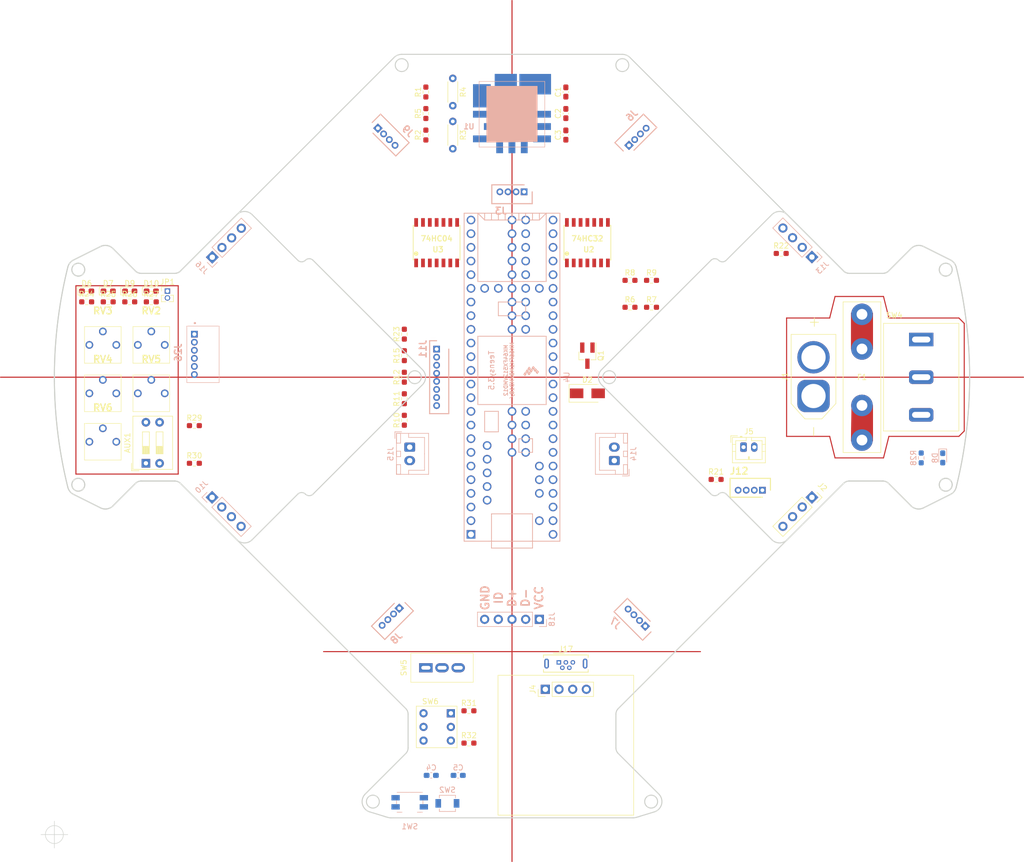
<source format=kicad_pcb>
(kicad_pcb (version 20211014) (generator pcbnew)
  (layers (0 "F.Cu" signal) (31 "B.Cu" signal) (34 "B.Paste" user) (35 "F.Paste" user) (36 "B.SilkS" user "B.Silkscreen") (37 "F.SilkS" user "F.Silkscreen") (38 "B.Mask" user) (39 "F.Mask" user) (44 "Edge.Cuts" user))
  (net 0 "")
  (net 1 "GND")
  (net 2 "/AUX1/3")
  (net 3 "/AUX1/4")
  (net 4 "Net-(D1-Pad2)")
  (net 5 "Net-(D2-Pad1)")
  (net 6 "+5V")
  (net 7 "Net-(D10-Pad1)")
  (net 8 "Net-(D6-Pad2)")
  (net 9 "Net-(D7-Pad2)")
  (net 10 "Net-(D8-Pad2)")
  (net 11 "Net-(D9-Pad2)")
  (net 12 "Net-(D10-Pad2)")
  (net 13 "+15V")
  (net 14 "Net-(F1-Pad2)")
  (net 15 "Net-(J1-Pad2)")
  (net 16 "Net-(J3-Pad1)")
  (net 17 "Net-(J3-Pad3)")
  (net 18 "Net-(J6-Pad1)")
  (net 19 "Net-(J6-Pad2)")
  (net 20 "Net-(J6-Pad4)")
  (net 21 "Net-(J7-Pad1)")
  (net 22 "Net-(J7-Pad2)")
  (net 23 "Net-(J7-Pad4)")
  (net 24 "Net-(J8-Pad1)")
  (net 25 "Net-(J8-Pad2)")
  (net 26 "Net-(J8-Pad4)")
  (net 27 "Net-(J9-Pad1)")
  (net 28 "Net-(J9-Pad2)")
  (net 29 "Net-(J9-Pad4)")
  (net 30 "Net-(J10-Pad1)")
  (net 31 "Net-(J10-Pad3)")
  (net 32 "Net-(J11-Pad1)")
  (net 33 "Net-(J11-Pad2)")
  (net 34 "Net-(J11-Pad3)")
  (net 35 "Net-(J11-Pad5)")
  (net 36 "Net-(J11-Pad6)")
  (net 37 "+3V3")
  (net 38 "Net-(J11-Pad8)")
  (net 39 "Net-(J12-Pad1)")
  (net 40 "Net-(J12-Pad3)")
  (net 41 "Net-(J13-Pad1)")
  (net 42 "Net-(J13-Pad3)")
  (net 43 "Net-(J17-Pad1)")
  (net 44 "Net-(J17-Pad2)")
  (net 45 "Net-(J17-Pad3)")
  (net 46 "Net-(J17-Pad4)")
  (net 47 "Net-(J17-Pad5)")
  (net 49 "Net-(J26-Pad1)")
  (net 50 "Net-(J26-Pad2)")
  (net 51 "Net-(J26-Pad3)")
  (net 52 "Net-(J26-Pad4)")
  (net 53 "Net-(J26-Pad5)")
  (net 54 "Net-(J26-Pad6)")
  (net 55 "Net-(Q1-Pad1)")
  (net 56 "Net-(R3-Pad1)")
  (net 57 "Net-(R3-Pad2)")
  (net 58 "Net-(C4-Pad2)")
  (net 59 "PROG")
  (net 60 "/Switch/SW_GOAL")
  (net 61 "Net-(R32-Pad2)")
  (net 62 "/Switch/SW_START")
  (net 63 "Net-(R31-Pad2)")
  (net 69 "Net-(U2-Pad1)")
  (net 70 "Net-(U2-Pad11)")
  (net 71 "Net-(U2-Pad3)")
  (net 72 "Net-(U2-Pad4)")
  (net 73 "Net-(U2-Pad5)")
  (net 74 "Net-(U2-Pad12)")
  (net 75 "Net-(U2-Pad13)")
  (net 76 "Net-(U2-Pad9)")
  (net 77 "Net-(U2-Pad10)")
  (net 78 "Net-(R10-Pad1)")
  (net 79 "Net-(R11-Pad1)")
  (net 80 "Net-(R12-Pad1)")
  (net 81 "Net-(R15-Pad1)")
  (net 82 "Net-(R23-Pad1)")
  (net 90 "Vbatt")
  (net 92 "Net-(R22-Pad1)")
  (net 93 "Net-(R21-Pad1)")
  (net 99 "/Switch/SW_led_R")
  (net 100 "/Switch/SW_led_G")
  (net 101 "/LED/LED4")
  (net 102 "/LED/LED3")
  (net 103 "/LED/LED2")
  (net 104 "/LED/LED1")
  (net 123 "Net-(U4-Pad3)")
  (net 124 "Net-(U4-Pad2)")
  (footprint "Resistor_SMD:R_0603_1608Metric_Pad0.98x0.95mm_HandSolder" (layer "F.Cu") (at 64 76)
    (fp_text reference "R26" (at 0 -1.43) (layer "F.SilkS"))
    (fp_text value "120")
    (pad "1" smd roundrect (at -0.9125 0) (size 0.975 0.95) (layers "F.Cu" "F.Paste" "F.Mask") (net 102 "/LED/LED3"))
    (pad "2" smd roundrect (at 0.9125 0) (size 0.975 0.95) (layers "F.Cu" "F.Paste" "F.Mask") (net 11 "Net-(D9-Pad2)"))
  )
  (footprint "0.main.robot:LED_SMLE13WBC8W1" (layer "F.Cu") (at 60 74)
    (fp_text reference "D7" (at 0 -1.43) (layer "F.SilkS"))
    (fp_text value "LED2_G")
    (pad "1" smd roundrect locked (at -0.875 0) (size 1.05 0.95) (layers "F.Cu" "F.Paste" "F.Mask") (net 7 "Net-(D10-Pad1)"))
    (pad "2" smd roundrect locked (at 0.875 0) (size 1.05 0.95) (layers "F.Cu" "F.Paste" "F.Mask") (net 9 "Net-(D7-Pad2)"))
  )
  (footprint "Resistor_THT:R_Axial_DIN0204_L3.6mm_D1.6mm_P5.08mm_Horizontal" (layer "F.Cu") (at 124 34.46 -90)
    (fp_text reference "R4" (at 2.54 -1.92 90) (layer "F.SilkS"))
    (fp_text value "330")
    (pad "1" thru_hole circle (at 0 0 270) (size 1.4 1.4) (drill 0.7) (layers *.Cu *.Mask) (net 1 "GND"))
    (pad "2" thru_hole oval (at 5.08 0 270) (size 1.4 1.4) (drill 0.7) (layers *.Cu *.Mask) (net 56 "Net-(R3-Pad1)"))
  )
  (footprint "Diode_SMD:D_SMA" (layer "F.Cu") (at 149 93)
    (fp_text reference "D2" (at 0 -2.5) (layer "F.SilkS"))
    (fp_text value "SX34F")
    (pad "1" smd rect (at -2 0) (size 2.5 1.8) (layers "F.Cu" "F.Paste" "F.Mask") (net 5 "Net-(D2-Pad1)"))
    (pad "2" smd rect (at 2 0) (size 2.5 1.8) (layers "F.Cu" "F.Paste" "F.Mask") (net 6 "+5V"))
  )
  (footprint "0.main.robot:OLED" (layer "F.Cu") (at 145 148)
    (fp_text reference "J4" (at -6.14 0 90) (layer "F.SilkS"))
    (fp_text value "I2C_OLED")
    (pad "1" thru_hole rect (at -3.81 0 90) (size 1.7 1.7) (drill 1) (layers *.Cu *.Mask) (net 16 "Net-(J3-Pad1)"))
    (pad "2" thru_hole oval (at -1.27 0 90) (size 1.7 1.7) (drill 1) (layers *.Cu *.Mask) (net 6 "+5V"))
    (pad "3" thru_hole oval (at 1.27 0 90) (size 1.7 1.7) (drill 1) (layers *.Cu *.Mask) (net 17 "Net-(J3-Pad3)"))
    (pad "4" thru_hole oval (at 3.81 0 90) (size 1.7 1.7) (drill 1) (layers *.Cu *.Mask) (net 1 "GND"))
  )
  (footprint "0.main.robot:LED_SMLE13WBC8W1" (layer "F.Cu") (at 56 74)
    (fp_text reference "D6" (at 0 -1.43) (layer "F.SilkS"))
    (fp_text value "LED1_R")
    (pad "1" smd roundrect locked (at -0.875 0) (size 1.05 0.95) (layers "F.Cu" "F.Paste" "F.Mask") (net 7 "Net-(D10-Pad1)"))
    (pad "2" smd roundrect locked (at 0.875 0) (size 1.05 0.95) (layers "F.Cu" "F.Paste" "F.Mask") (net 8 "Net-(D6-Pad2)"))
  )
  (footprint "Button_Switch_THT:SW_DIP_SPSTx02_Slide_9.78x7.26mm_W7.62mm_P2.54mm" (layer "F.Cu") (at 67 106 90)
    (fp_text reference "AUX1" (at 3.81 -3.42 90) (layer "F.SilkS"))
    (fp_text value "SW_DIP_x02")
    (pad "1" thru_hole rect (at 0 0 90) (size 1.6 1.6) (drill 0.8) (layers *.Cu *.Mask) (net 1 "GND"))
    (pad "2" thru_hole oval (at 0 2.54 90) (size 1.6 1.6) (drill 0.8) (layers *.Cu *.Mask) (net 1 "GND"))
    (pad "3" thru_hole oval (at 7.62 2.54 90) (size 1.6 1.6) (drill 0.8) (layers *.Cu *.Mask) (net 2 "/AUX1/3"))
    (pad "4" thru_hole oval (at 7.62 0 90) (size 1.6 1.6) (drill 0.8) (layers *.Cu *.Mask) (net 3 "/AUX1/4"))
  )
  (footprint "Resistor_SMD:R_0603_1608Metric_Pad0.98x0.95mm_HandSolder" (layer "F.Cu") (at 76 99)
    (fp_text reference "R29" (at 0 -1.43) (layer "F.SilkS"))
    (fp_text value "47k")
    (pad "1" smd roundrect (at -0.9125 0) (size 0.975 0.95) (layers "F.Cu" "F.Paste" "F.Mask") (net 6 "+5V"))
    (pad "2" smd roundrect (at 0.9125 0) (size 0.975 0.95) (layers "F.Cu" "F.Paste" "F.Mask") (net 2 "/AUX1/3"))
  )
  (footprint "Resistor_SMD:R_0603_1608Metric_Pad0.98x0.95mm_HandSolder" (layer "F.Cu") (at 119 37 90)
    (fp_text reference "R1" (at 0 -1.43 90) (layer "F.SilkS"))
    (fp_text value "47k")
    (pad "1" smd roundrect (at -0.9125 0 90) (size 0.975 0.95) (layers "F.Cu" "F.Paste" "F.Mask") (net 13 "+15V"))
    (pad "2" smd roundrect (at 0.9125 0 90) (size 0.975 0.95) (layers "F.Cu" "F.Paste" "F.Mask") (net 90 "Vbatt"))
  )
  (footprint "Resistor_SMD:R_0603_1608Metric_Pad0.98x0.95mm_HandSolder" (layer "F.Cu") (at 76 106)
    (fp_text reference "R30" (at 0 -1.43) (layer "F.SilkS"))
    (fp_text value "47k")
    (pad "1" smd roundrect (at -0.9125 0) (size 0.975 0.95) (layers "F.Cu" "F.Paste" "F.Mask") (net 6 "+5V"))
    (pad "2" smd roundrect (at 0.9125 0) (size 0.975 0.95) (layers "F.Cu" "F.Paste" "F.Mask") (net 3 "/AUX1/4"))
  )
  (footprint "Resistor_SMD:R_0603_1608Metric_Pad0.98x0.95mm_HandSolder" (layer "F.Cu") (at 115 86 90)
    (fp_text reference "R15" (at 0 -1.43 90) (layer "F.SilkS"))
    (fp_text value "10k")
    (pad "1" smd roundrect (at -0.9125 0 90) (size 0.975 0.95) (layers "F.Cu" "F.Paste" "F.Mask") (net 81 "Net-(R15-Pad1)"))
    (pad "2" smd roundrect (at 0.9125 0 90) (size 0.975 0.95) (layers "F.Cu" "F.Paste" "F.Mask") (net 35 "Net-(J11-Pad5)"))
  )
  (footprint "Resistor_SMD:R_0603_1608Metric_Pad0.98x0.95mm_HandSolder" (layer "F.Cu") (at 160.9125 72)
    (fp_text reference "R9" (at 0 -1.43) (layer "F.SilkS"))
    (fp_text value "47k")
    (pad "1" smd roundrect (at -0.9125 0) (size 0.975 0.95) (layers "F.Cu" "F.Paste" "F.Mask") (net 37 "+3V3"))
    (pad "2" smd roundrect (at 0.9125 0) (size 0.975 0.95) (layers "F.Cu" "F.Paste" "F.Mask") (net 58 "Net-(C4-Pad2)"))
  )
  (footprint "0.main.robot:MFS101D-14-Z" (layer "F.Cu") (at 122 144 90)
    (fp_text reference "SW5" (at 0 -7.1 90) (layer "F.SilkS"))
    (fp_text value "GOAL")
    (pad "1" thru_hole rect locked (at 0 -3 90) (size 1.7 2.5) (drill oval 0.7 1.7) (layers *.Cu *.Mask) (net 37 "+3V3"))
    (pad "2" thru_hole oval locked (at 0 0 90) (size 1.7 2.5) (drill oval 0.7 1.7) (layers *.Cu *.Mask) (net 60 "/Switch/SW_GOAL"))
    (pad "3" thru_hole oval locked (at 0 3 90) (size 1.7 2.5) (drill oval 0.7 1.7) (layers *.Cu *.Mask) (net 1 "GND"))
  )
  (footprint "0.main.robot:Trim-GF063P" (layer "F.Cu") (at 59 84)
    (fp_text reference "RV3" (at 0 -6.35) (layer "F.SilkS") (effects (font (size 1.27 1.27) (thickness 0.254))))
    (fp_text value "20K" hide)
    (pad "1" thru_hole circle locked (at -2.5 0) (size 1.431 1.431) (drill 0.92) (layers *.Cu *.Mask) (net 49 "Net-(J26-Pad1)"))
    (pad "2" thru_hole circle locked (at 0 -2.5) (size 1.431 1.431) (drill 0.92) (layers *.Cu *.Mask) (net 53 "Net-(J26-Pad5)"))
    (pad "3" thru_hole circle locked (at 2.5 0) (size 1.431 1.431) (drill 0.92) (layers *.Cu *.Mask) (net 53 "Net-(J26-Pad5)"))
  )
  (footprint "Resistor_SMD:R_0603_1608Metric_Pad0.98x0.95mm_HandSolder" (layer "F.Cu") (at 156.9125 77)
    (fp_text reference "R6" (at 0 -1.43) (layer "F.SilkS"))
    (fp_text value "10k")
    (pad "1" smd roundrect (at -0.9125 0) (size 0.975 0.95) (layers "F.Cu" "F.Paste" "F.Mask") (net 37 "+3V3"))
    (pad "2" smd roundrect (at 0.9125 0) (size 0.975 0.95) (layers "F.Cu" "F.Paste" "F.Mask") (net 16 "Net-(J3-Pad1)"))
  )
  (footprint "Resistor_SMD:R_0603_1608Metric_Pad0.98x0.95mm_HandSolder" (layer "F.Cu") (at 127 152)
    (fp_text reference "R31" (at 0 -1.43) (layer "F.SilkS"))
    (fp_text value "470")
    (pad "1" smd roundrect (at -0.9125 0) (size 0.975 0.95) (layers "F.Cu" "F.Paste" "F.Mask") (net 99 "/Switch/SW_led_R"))
    (pad "2" smd roundrect (at 0.9125 0) (size 0.975 0.95) (layers "F.Cu" "F.Paste" "F.Mask") (net 63 "Net-(R31-Pad2)"))
  )
  (footprint "Capacitor_SMD:C_0603_1608Metric_Pad1.08x0.95mm_HandSolder" (layer "F.Cu") (at 145 41 90)
    (fp_text reference "C2" (at 0 -1.43 90) (layer "F.SilkS"))
    (fp_text value "10u")
    (pad "1" smd roundrect (at -0.8625 0 90) (size 1.075 0.95) (layers "F.Cu" "F.Paste" "F.Mask") (net 6 "+5V"))
    (pad "2" smd roundrect (at 0.8625 0 90) (size 1.075 0.95) (layers "F.Cu" "F.Paste" "F.Mask") (net 1 "GND"))
  )
  (footprint "0.main.robot:JSTB4B-ZR" (layer "F.Cu") (at 181.5 111)
    (fp_text reference "J12" (at -4.318 -3.556) (layer "F.SilkS") (effects (font (size 1.27 1.27) (thickness 0.254))))
    (fp_text value "Serial3/Vision" hide)
    (pad "1" thru_hole rect locked (at 0 0) (size 1.25 1.25) (drill 0.7) (layers *.Cu *.Mask) (net 39 "Net-(J12-Pad1)"))
    (pad "2" thru_hole circle locked (at -1.5 0) (size 1.25 1.25) (drill 0.7) (layers *.Cu *.Mask) (net 6 "+5V"))
    (pad "3" thru_hole circle locked (at -3 0) (size 1.25 1.25) (drill 0.7) (layers *.Cu *.Mask) (net 40 "Net-(J12-Pad3)"))
    (pad "4" thru_hole circle locked (at -4.5 0) (size 1.25 1.25) (drill 0.7) (layers *.Cu *.Mask) (net 1 "GND"))
  )
  (footprint "0.main.robot:SOP14W" (layer "F.Cu") (at 149 65)
    (fp_text reference "U2" (at 0.254 1.27 unlocked) (layer "F.SilkS") (effects (font (thickness 0.2))))
    (fp_text value "74HC32" (at 0 -0.762 unlocked) (layer "F.SilkS") (effects (font (thickness 0.2))))
    (pad "1" smd rect locked (at -3.80746 3.76428 180) (size 0.6985 1.59766) (layers "F.Cu" "F.Paste" "F.Mask") (net 69 "Net-(U2-Pad1)"))
    (pad "2" smd rect locked (at -2.53746 3.76428 180) (size 0.6985 1.59766) (layers "F.Cu" "F.Paste" "F.Mask") (net 70 "Net-(U2-Pad11)"))
    (pad "3" smd rect locked (at -1.26746 3.76428 180) (size 0.6985 1.59766) (layers "F.Cu" "F.Paste" "F.Mask") (net 71 "Net-(U2-Pad3)"))
    (pad "4" smd rect locked (at 0 3.76428 180) (size 0.6985 1.59766) (layers "F.Cu" "F.Paste" "F.Mask") (net 72 "Net-(U2-Pad4)"))
    (pad "5" smd rect locked (at 1.26746 3.76428 180) (size 0.6985 1.59766) (layers "F.Cu" "F.Paste" "F.Mask") (net 73 "Net-(U2-Pad5)"))
    (pad "6" smd rect locked (at 2.53746 3.76428 180) (size 0.6985 1.59766) (layers "F.Cu" "F.Paste" "F.Mask") (net 74 "Net-(U2-Pad12)"))
    (pad "7" smd rect locked (at 3.80746 3.76428 180) (size 0.6985 1.59766) (layers "F.Cu" "F.Paste" "F.Mask") (net 1 "GND"))
    (pad "8" smd rect locked (at 3.80746 -3.76428) (size 0.6985 1.59766) (layers "F.Cu" "F.Paste" "F.Mask") (net 75 "Net-(U2-Pad13)"))
    (pad "9" smd rect locked (at 2.53746 -3.76428) (size 0.6985 1.59766) (layers "F.Cu" "F.Paste" "F.Mask") (net 76 "Net-(U2-Pad9)"))
    (pad "10" smd rect locked (at 1.26746 -3.76428) (size 0.6985 1.59766) (layers "F.Cu" "F.Paste" "F.Mask") (net 77 "Net-(U2-Pad10)"))
    (pad "11" smd rect locked (at 0 -3.76428) (size 0.6985 1.59766) (layers "F.Cu" "F.Paste" "F.Mask") (net 70 "Net-(U2-Pad11)"))
    (pad "12" smd rect locked (at -1.26746 -3.76428) (size 0.6985 1.59766) (layers "F.Cu" "F.Paste" "F.Mask") (net 74 "Net-(U2-Pad12)"))
    (pad "13" smd rect locked (at -2.53746 -3.76428) (size 0.6985 1.59766) (layers "F.Cu" "F.Paste" "F.Mask") (net 75 "Net-(U2-Pad13)"))
    (pad "14" smd rect locked (at -3.80746 -3.76428) (size 0.6985 1.59766) (layers "F.Cu" "F.Paste" "F.Mask") (net 37 "+3V3"))
  )
  (footprint "0.main.robot:FUSE_20mm" (layer "F.Cu") (at 200 90)
    (fp_text reference "F1" (at 0 0) (layer "F.SilkS"))
    (fp_text value "Fuse 15A")
    (fp_poly (pts (xy -1.9 5.046) (xy 2 5.246) (xy 2 11.846) (xy -2 11.846)) (layer "F.Cu") (width 0.1) (fill solid))
    (fp_poly (pts (xy -2 -11.946) (xy 2 -11.946) (xy 2 -5.246) (xy -2 -5.246)) (layer "F.Cu") (width 0.1) (fill solid))
    (pad "" thru_hole circle locked (at 0 -5.246) (size 4 4) (drill 2) (layers *.Cu *.Mask))
    (pad "" thru_hole circle locked (at 0 5.246) (size 4 4) (drill 2) (layers *.Cu *.Mask))
    (pad "1" thru_hole circle locked (at 0 -11.684) (size 4 4) (drill 2) (layers *.Cu *.Mask) (net 13 "+15V"))
    (pad "2" thru_hole circle locked (at 0 11.684) (size 4 4) (drill 2) (layers *.Cu *.Mask) (net 14 "Net-(F1-Pad2)"))
  )
  (footprint "Connector_PinHeader_1.27mm:PinHeader_1x02_P1.27mm_Vertical" (layer "F.Cu") (at 71 74)
    (fp_text reference "JP1" (at 0 -1.695) (layer "F.SilkS"))
    (fp_text value "Jumper_2_Bridged")
    (pad "1" thru_hole rect (at 0 0) (size 1 1) (drill 0.65) (layers *.Cu *.Mask) (net 1 "GND"))
    (pad "2" thru_hole oval (at 0 1.27) (size 1 1) (drill 0.65) (layers *.Cu *.Mask) (net 7 "Net-(D10-Pad1)"))
  )
  (footprint "Connector_JST:JST_PH_B2B-PH-K_1x02_P2.00mm_Vertical" (layer "F.Cu") (at 178 103)
    (fp_text reference "J5" (at 1 -2.9) (layer "F.SilkS"))
    (fp_text value "raspi-power")
    (pad "1" thru_hole roundrect (at 0 0) (size 1.2 1.75) (drill 0.75) (layers *.Cu *.Mask) (roundrect_rratio 0.208333) (net 6 "+5V"))
    (pad "2" thru_hole oval (at 2 0) (size 1.2 1.75) (drill 0.75) (layers *.Cu *.Mask) (net 1 "GND"))
  )
  (footprint "0.main.robot:SW_SPST_POWER" (layer "F.Cu") (at 211 90)
    (fp_text reference "SW4" (at -5 -11.5) (layer "F.SilkS"))
    (fp_text value "SW_SPST")
    (pad "" thru_hole roundrect locked (at 0 7) (size 4.524 2.524) (drill oval 3.4 1.1) (layers *.Cu *.Mask))
    (pad "1" thru_hole rect locked (at 0 -7) (size 4.524 2.524) (drill oval 3.4 1.1) (layers *.Cu *.Mask) (net 14 "Net-(F1-Pad2)"))
    (pad "2" thru_hole roundrect locked (at 0 0) (size 4.524 2.524) (drill oval 3.4 1.1) (layers *.Cu *.Mask) (net 15 "Net-(J1-Pad2)"))
  )
  (footprint "Capacitor_SMD:C_0603_1608Metric_Pad1.08x0.95mm_HandSolder" (layer "F.Cu") (at 145 37 90)
    (fp_text reference "C1" (at 0 -1.43 90) (layer "F.SilkS"))
    (fp_text value "10u")
    (pad "1" smd roundrect (at -0.8625 0 90) (size 1.075 0.95) (layers "F.Cu" "F.Paste" "F.Mask") (net 13 "+15V"))
    (pad "2" smd roundrect (at 0.8625 0 90) (size 1.075 0.95) (layers "F.Cu" "F.Paste" "F.Mask") (net 1 "GND"))
  )
  (footprint "0.main.robot:Trim-GF063P" (layer "F.Cu") (at 68 93)
    (fp_text reference "RV5" (at 0 -6.35) (layer "F.SilkS") (effects (font (size 1.27 1.27) (thickness 0.254))))
    (fp_text value "20K" hide)
    (pad "1" thru_hole circle locked (at -2.5 0) (size 1.431 1.431) (drill 0.92) (layers *.Cu *.Mask) (net 49 "Net-(J26-Pad1)"))
    (pad "2" thru_hole circle locked (at 0 -2.5) (size 1.431 1.431) (drill 0.92) (layers *.Cu *.Mask) (net 51 "Net-(J26-Pad3)"))
    (pad "3" thru_hole circle locked (at 2.5 0) (size 1.431 1.431) (drill 0.92) (layers *.Cu *.Mask) (net 51 "Net-(J26-Pad3)"))
  )
  (footprint "Resistor_SMD:R_0603_1608Metric_Pad0.98x0.95mm_HandSolder" (layer "F.Cu") (at 160.9125 77)
    (fp_text reference "R7" (at 0 -1.43) (layer "F.SilkS"))
    (fp_text value "10k")
    (pad "1" smd roundrect (at -0.9125 0) (size 0.975 0.95) (layers "F.Cu" "F.Paste" "F.Mask") (net 37 "+3V3"))
    (pad "2" smd roundrect (at 0.9125 0) (size 0.975 0.95) (layers "F.Cu" "F.Paste" "F.Mask") (net 17 "Net-(J3-Pad3)"))
  )
  (footprint "0.main.robot:LED_SMLE13WBC8W1" (layer "F.Cu") (at 135 41)
    (fp_text reference "D1" (at 0 -1.43) (layer "F.SilkS"))
    (fp_text value "LED")
    (pad "1" smd roundrect locked (at -0.875 0) (size 1.05 0.95) (layers "F.Cu" "F.Paste" "F.Mask") (net 1 "GND"))
    (pad "2" smd roundrect locked (at 0.875 0) (size 1.05 0.95) (layers "F.Cu" "F.Paste" "F.Mask") (net 4 "Net-(D1-Pad2)"))
  )
  (footprint "Resistor_SMD:R_0603_1608Metric_Pad0.98x0.95mm_HandSolder" (layer "F.Cu") (at 127 158)
    (fp_text reference "R32" (at 0 -1.43) (layer "F.SilkS"))
    (fp_text value "470")
    (pad "1" smd roundrect (at -0.9125 0) (size 0.975 0.95) (layers "F.Cu" "F.Paste" "F.Mask") (net 100 "/Switch/SW_led_G"))
    (pad "2" smd roundrect (at 0.9125 0) (size 0.975 0.95) (layers "F.Cu" "F.Paste" "F.Mask") (net 61 "Net-(R32-Pad2)"))
  )
  (footprint "Resistor_THT:R_Axial_DIN0204_L3.6mm_D1.6mm_P5.08mm_Horizontal" (layer "F.Cu") (at 124 42.46 -90)
    (fp_text reference "R3" (at 2.54 -1.92 90) (layer "F.SilkS"))
    (fp_text value "1k")
    (pad "1" thru_hole circle (at 0 0 270) (size 1.4 1.4) (drill 0.7) (layers *.Cu *.Mask) (net 56 "Net-(R3-Pad1)"))
    (pad "2" thru_hole oval (at 5.08 0 270) (size 1.4 1.4) (drill 0.7) (layers *.Cu *.Mask) (net 57 "Net-(R3-Pad2)"))
  )
  (footprint "0.main.robot:AMASS_XT60-M_1x02_P7.20mm_Vertical" (layer "F.Cu") (at 191 93.5 90)
    (fp_text reference "J1" (at 3.6 -5.3 90) (layer "F.SilkS"))
    (fp_text value "Power IN")
    (fp_text user "+" (at 13.716 0 90) (layer "F.SilkS") (effects (font (size 2 2))))
    (fp_text user "-" (at -6.604 -0.127 90) (layer "F.SilkS") (effects (font (size 2 2))))
    (pad "1" thru_hole roundrect locked (at 0 0 90) (size 6 6) (drill 4.5) (layers *.Cu *.Mask) (net 1 "GND"))
    (pad "2" thru_hole circle locked (at 7.2 0 90) (size 6 6) (drill 4.5) (layers *.Cu *.Mask) (net 15 "Net-(J1-Pad2)"))
  )
  (footprint "0.main.robot:SOP14W" (layer "F.Cu") (at 121 65)
    (fp_text reference "U3" (at 0.254 1.27 unlocked) (layer "F.SilkS") (effects (font (thickness 0.2))))
    (fp_text value "74HC04" (at 0 -0.762 unlocked) (layer "F.SilkS") (effects (font (thickness 0.2))))
    (pad "1" smd rect locked (at -3.80746 3.76428 180) (size 0.6985 1.59766) (layers "F.Cu" "F.Paste" "F.Mask") (net 78 "Net-(R10-Pad1)"))
    (pad "2" smd rect locked (at -2.53746 3.76428 180) (size 0.6985 1.59766) (layers "F.Cu" "F.Paste" "F.Mask") (net 72 "Net-(U2-Pad4)"))
    (pad "3" smd rect locked (at -1.26746 3.76428 180) (size 0.6985 1.59766) (layers "F.Cu" "F.Paste" "F.Mask") (net 79 "Net-(R11-Pad1)"))
    (pad "4" smd rect locked (at 0 3.76428 180) (size 0.6985 1.59766) (layers "F.Cu" "F.Paste" "F.Mask") (net 76 "Net-(U2-Pad9)"))
    (pad "5" smd rect locked (at 1.26746 3.76428 180) (size 0.6985 1.59766) (layers "F.Cu" "F.Paste" "F.Mask") (net 80 "Net-(R12-Pad1)"))
    (pad "6" smd rect locked (at 2.53746 3.76428 180) (size 0.6985 1.59766) (layers "F.Cu" "F.Paste" "F.Mask") (net 73 "Net-(U2-Pad5)"))
    (pad "7" smd rect locked (at 3.80746 3.76428 180) (size 0.6985 1.59766) (layers "F.Cu" "F.Paste" "F.Mask") (net 1 "GND"))
    (pad "8" smd rect locked (at 3.80746 -3.76428) (size 0.6985 1.59766) (layers "F.Cu" "F.Paste" "F.Mask") (net 77 "Net-(U2-Pad10)"))
    (pad "9" smd rect locked (at 2.53746 -3.76428) (size 0.6985 1.59766) (layers "F.Cu" "F.Paste" "F.Mask") (net 81 "Net-(R15-Pad1)"))
    (pad "10" smd rect locked (at 1.26746 -3.76428) (size 0.6985 1.59766) (layers "F.Cu" "F.Paste" "F.Mask") (net 69 "Net-(U2-Pad1)"))
    (pad "11" smd rect locked (at 0 -3.76428) (size 0.6985 1.59766) (layers "F.Cu" "F.Paste" "F.Mask") (net 82 "Net-(R23-Pad1)"))
    (pad "12" smd rect locked (at -1.26746 -3.76428) (size 0.6985 1.59766) (layers "F.Cu" "F.Paste" "F.Mask"))
    (pad "13" smd rect locked (at -2.53746 -3.76428) (size 0.6985 1.59766) (layers "F.Cu" "F.Paste" "F.Mask") (net 37 "+3V3"))
    (pad "14" smd rect locked (at -3.80746 -3.76428) (size 0.6985 1.59766) (layers "F.Cu" "F.Paste" "F.Mask") (net 37 "+3V3"))
  )
  (footprint "0.main.robot:LED_SMLE13WBC8W1" (layer "F.Cu") (at 68 74)
    (fp_text reference "D10" (at 0 -1.43) (layer "F.SilkS"))
    (fp_text value "LED4_B")
    (pad "1" smd roundrect locked (at -0.875 0) (size 1.05 0.95) (layers "F.Cu" "F.Paste" "F.Mask") (net 7 "Net-(D10-Pad1)"))
    (pad "2" smd roundrect locked (at 0.875 0) (size 1.05 0.95) (layers "F.Cu" "F.Paste" "F.Mask") (net 12 "Net-(D10-Pad2)"))
  )
  (footprint "0.main.robot:LED_SMLE13WBC8W1" (layer "F.Cu") (at 64 74)
    (fp_text reference "D9" (at 0 -1.43) (layer "F.SilkS"))
    (fp_text value "LED3_Y")
    (pad "1" smd roundrect locked (at -0.875 0) (size 1.05 0.95) (layers "F.Cu" "F.Paste" "F.Mask") (net 7 "Net-(D10-Pad1)"))
    (pad "2" smd roundrect locked (at 0.875 0) (size 1.05 0.95) (layers "F.Cu" "F.Paste" "F.Mask") (net 11 "Net-(D9-Pad2)"))
  )
  (footprint "Package_TO_SOT_SMD:SOT-23_Handsoldering" (layer "F.Cu") (at 149 86 -90)
    (fp_text reference "Q1" (at 0 -2.5 90) (layer "F.SilkS"))
    (fp_text value "AO3400A")
    (pad "1" smd rect (at -1.5 -0.95 270) (size 1.9 0.8) (layers "F.Cu" "F.Paste" "F.Mask") (net 55 "Net-(Q1-Pad1)"))
    (pad "2" smd rect (at -1.5 0.95 270) (size 1.9 0.8) (layers "F.Cu" "F.Paste" "F.Mask") (net 1 "GND"))
    (pad "3" smd rect (at 1.5 0 270) (size 1.9 0.8) (layers "F.Cu" "F.Paste" "F.Mask") (net 38 "Net-(J11-Pad8)"))
  )
  (footprint "Resistor_SMD:R_0603_1608Metric_Pad0.98x0.95mm_HandSolder" (layer "F.Cu") (at 185 67)
    (fp_text reference "R22" (at 0 -1.43) (layer "F.SilkS"))
    (fp_text value "10k")
    (pad "1" smd roundrect (at -0.9125 0) (size 0.975 0.95) (layers "F.Cu" "F.Paste" "F.Mask") (net 92 "Net-(R22-Pad1)"))
    (pad "2" smd roundrect (at 0.9125 0) (size 0.975 0.95) (layers "F.Cu" "F.Paste" "F.Mask") (net 42 "Net-(J13-Pad3)"))
  )
  (footprint "Connector_PinSocket_2.54mm:PinSocket_1x04_P2.54mm_Vertical" (layer "F.Cu") (at 190.704684 112.330672 -45)
    (fp_text reference "J2" (at 0 -2.77 135) (layer "F.SilkS"))
    (fp_text value "XBee")
    (pad "1" thru_hole rect (at 0 0 315) (size 1.7 1.7) (drill 1) (layers *.Cu *.Mask) (net 123 "Net-(U4-Pad3)"))
    (pad "2" thru_hole oval (at 0 2.54 315) (size 1.7 1.7) (drill 1) (layers *.Cu *.Mask) (net 6 "+5V"))
    (pad "3" thru_hole oval (at 0 5.08 315) (size 1.7 1.7) (drill 1) (layers *.Cu *.Mask) (net 124 "Net-(U4-Pad2)"))
    (pad "4" thru_hole oval (at 0 7.62 315) (size 1.7 1.7) (drill 1) (layers *.Cu *.Mask) (net 1 "GND"))
  )
  (footprint "Resistor_SMD:R_0603_1608Metric_Pad0.98x0.95mm_HandSolder" (layer "F.Cu") (at 56 76)
    (fp_text reference "R24" (at 0 -1.43) (layer "F.SilkS"))
    (fp_text value "120")
    (pad "1" smd roundrect (at -0.9125 0) (size 0.975 0.95) (layers "F.Cu" "F.Paste" "F.Mask") (net 104 "/LED/LED1"))
    (pad "2" smd roundrect (at 0.9125 0) (size 0.975 0.95) (layers "F.Cu" "F.Paste" "F.Mask") (net 8 "Net-(D6-Pad2)"))
  )
  (footprint "0.main.robot:Trim-GF063P" (layer "F.Cu") (at 68 84)
    (fp_text reference "RV2" (at 0 -6.35) (layer "F.SilkS") (effects (font (size 1.27 1.27) (thickness 0.254))))
    (fp_text value "20K" hide)
    (pad "1" thru_hole circle locked (at -2.5 0) (size 1.431 1.431) (drill 0.92) (layers *.Cu *.Mask) (net 49 "Net-(J26-Pad1)"))
    (pad "2" thru_hole circle locked (at 0 -2.5) (size 1.431 1.431) (drill 0.92) (layers *.Cu *.Mask) (net 54 "Net-(J26-Pad6)"))
    (pad "3" thru_hole circle locked (at 2.5 0) (size 1.431 1.431) (drill 0.92) (layers *.Cu *.Mask) (net 54 "Net-(J26-Pad6)"))
  )
  (footprint "0.main.robot:Trim-GF063P" (layer "F.Cu") (at 59 93)
    (fp_text reference "RV4" (at 0 -6.35) (layer "F.SilkS") (effects (font (size 1.27 1.27) (thickness 0.254))))
    (fp_text value "20K" hide)
    (pad "1" thru_hole circle locked (at -2.5 0) (size 1.431 1.431) (drill 0.92) (layers *.Cu *.Mask) (net 49 "Net-(J26-Pad1)"))
    (pad "2" thru_hole circle locked (at 0 -2.5) (size 1.431 1.431) (drill 0.92) (layers *.Cu *.Mask) (net 52 "Net-(J26-Pad4)"))
    (pad "3" thru_hole circle locked (at 2.5 0) (size 1.431 1.431) (drill 0.92) (layers *.Cu *.Mask) (net 52 "Net-(J26-Pad4)"))
  )
  (footprint "Resistor_SMD:R_0603_1608Metric_Pad0.98x0.95mm_HandSolder" (layer "F.Cu") (at 119 41 90)
    (fp_text reference "R5" (at 0 -1.43 90) (layer "F.SilkS"))
    (fp_text value "10k")
    (pad "1" smd roundrect (at -0.9125 0 90) (size 0.975 0.95) (layers "F.Cu" "F.Paste" "F.Mask") (net 90 "Vbatt"))
    (pad "2" smd roundrect (at 0.9125 0 90) (size 0.975 0.95) (layers "F.Cu" "F.Paste" "F.Mask") (net 1 "GND"))
  )
  (footprint "0.main.robot:SW_NKK_B-12CCPRM" (layer "F.Cu") (at 118.565 152.46)
    (fp_text reference "SW6" (at 1.27 -2.2) (layer "F.SilkS"))
    (fp_text value "START")
    (pad "1" thru_hole rect locked (at 5.08 0) (size 1.524 1.524) (drill 0.8128) (layers *.Cu *.Mask) (net 37 "+3V3"))
    (pad "2" thru_hole circle locked (at 5.08 2.54) (size 1.524 1.524) (drill 0.8128) (layers *.Cu *.Mask) (net 62 "/Switch/SW_START"))
    (pad "3" thru_hole circle locked (at 5.08 5.08) (size 1.524 1.524) (drill 0.8128) (layers *.Cu *.Mask) (net 1 "GND"))
    (pad "4" thru_hole circle locked (at 0 0) (size 1.524 1.524) (drill 0.8128) (layers *.Cu *.Mask) (net 63 "Net-(R31-Pad2)"))
    (pad "5" thru_hole circle locked (at 0 2.54) (size 1.524 1.524) (drill 0.8128) (layers *.Cu *.Mask) (net 37 "+3V3"))
    (pad "6" thru_hole circle locked (at 0 5.08) (size 1.524 1.524) (drill 0.8128) (layers *.Cu *.Mask) (net 61 "Net-(R32-Pad2)"))
  )
  (footprint "Resistor_SMD:R_0603_1608Metric_Pad0.98x0.95mm_HandSolder" (layer "F.Cu") (at 115 98 90)
    (fp_text reference "R10" (at 0 -1.43 90) (layer "F.SilkS"))
    (fp_text value "10k")
    (pad "1" smd roundrect (at -0.9125 0 90) (size 0.975 0.95) (layers "F.Cu" "F.Paste" "F.Mask") (net 78 "Net-(R10-Pad1)"))
    (pad "2" smd roundrect (at 0.9125 0 90) (size 0.975 0.95) (layers "F.Cu" "F.Paste" "F.Mask") (net 32 "Net-(J11-Pad1)"))
  )
  (footprint "Resistor_SMD:R_0603_1608Metric_Pad0.98x0.95mm_HandSolder" (layer "F.Cu") (at 115 94 90)
    (fp_text reference "R11" (at 0 -1.43 90) (layer "F.SilkS"))
    (fp_text value "10k")
    (pad "1" smd roundrect (at -0.9125 0 90) (size 0.975 0.95) (layers "F.Cu" "F.Paste" "F.Mask") (net 79 "Net-(R11-Pad1)"))
    (pad "2" smd roundrect (at 0.9125 0 90) (size 0.975 0.95) (layers "F.Cu" "F.Paste" "F.Mask") (net 33 "Net-(J11-Pad2)"))
  )
  (footprint "Resistor_SMD:R_0603_1608Metric_Pad0.98x0.95mm_HandSolder" (layer "F.Cu") (at 115 82 90)
    (fp_text reference "R23" (at 0 -1.43 90) (layer "F.SilkS"))
    (fp_text value "10k")
    (pad "1" smd roundrect (at -0.9125 0 90) (size 0.975 0.95) (layers "F.Cu" "F.Paste" "F.Mask") (net 82 "Net-(R23-Pad1)"))
    (pad "2" smd roundrect (at 0.9125 0 90) (size 0.975 0.95) (layers "F.Cu" "F.Paste" "F.Mask") (net 36 "Net-(J11-Pad6)"))
  )
  (footprint "Resistor_SMD:R_0603_1608Metric_Pad0.98x0.95mm_HandSolder" (layer "F.Cu") (at 172.9125 109)
    (fp_text reference "R21" (at 0 -1.43) (layer "F.SilkS"))
    (fp_text value "10k")
    (pad "1" smd roundrect (at -0.9125 0) (size 0.975 0.95) (layers "F.Cu" "F.Paste" "F.Mask") (net 93 "Net-(R21-Pad1)"))
    (pad "2" smd roundrect (at 0.9125 0) (size 0.975 0.95) (layers "F.Cu" "F.Paste" "F.Mask") (net 40 "Net-(J12-Pad3)"))
  )
  (footprint "0.main.robot:Trim-GF063P" (layer "F.Cu") (at 59 102)
    (fp_text reference "RV6" (at 0 -6.35) (layer "F.SilkS") (effects (font (size 1.27 1.27) (thickness 0.254))))
    (fp_text value "20K" hide)
    (pad "1" thru_hole circle locked (at -2.5 0) (size 1.431 1.431) (drill 0.92) (layers *.Cu *.Mask) (net 49 "Net-(J26-Pad1)"))
    (pad "2" thru_hole circle locked (at 0 -2.5) (size 1.431 1.431) (drill 0.92) (layers *.Cu *.Mask) (net 50 "Net-(J26-Pad2)"))
    (pad "3" thru_hole circle locked (at 2.5 0) (size 1.431 1.431) (drill 0.92) (layers *.Cu *.Mask) (net 50 "Net-(J26-Pad2)"))
  )
  (footprint "Resistor_SMD:R_0603_1608Metric_Pad0.98x0.95mm_HandSolder" (layer "F.Cu") (at 156.9125 72)
    (fp_text reference "R8" (at 0 -1.43) (layer "F.SilkS"))
    (fp_text value "47k")
    (pad "1" smd roundrect (at -0.9125 0) (size 0.975 0.95) (layers "F.Cu" "F.Paste" "F.Mask") (net 37 "+3V3"))
    (pad "2" smd roundrect (at 0.9125 0) (size 0.975 0.95) (layers "F.Cu" "F.Paste" "F.Mask") (net 59 "PROG"))
  )
  (footprint "Resistor_SMD:R_0603_1608Metric_Pad0.98x0.95mm_HandSolder" (layer "F.Cu") (at 115 90 90)
    (fp_text reference "R12" (at 0 -1.43 90) (layer "F.SilkS"))
    (fp_text value "10k")
    (pad "1" smd roundrect (at -0.9125 0 90) (size 0.975 0.95) (layers "F.Cu" "F.Paste" "F.Mask") (net 80 "Net-(R12-Pad1)"))
    (pad "2" smd roundrect (at 0.9125 0 90) (size 0.975 0.95) (layers "F.Cu" "F.Paste" "F.Mask") (net 34 "Net-(J11-Pad3)"))
  )
  (footprint "Capacitor_SMD:C_0603_1608Metric_Pad1.08x0.95mm_HandSolder" (layer "F.Cu") (at 145 45 90)
    (fp_text reference "C3" (at 0 -1.43 90) (layer "F.SilkS"))
    (fp_text value "10u")
    (pad "1" smd roundrect (at -0.8625 0 90) (size 1.075 0.95) (layers "F.Cu" "F.Paste" "F.Mask") (net 90 "Vbatt"))
    (pad "2" smd roundrect (at 0.8625 0 90) (size 1.075 0.95) (layers "F.Cu" "F.Paste" "F.Mask") (net 1 "GND"))
  )
  (footprint "Connector_USB:USB_Micro-B_Wuerth_614105150721_Vertical" (layer "F.Cu") (at 143.7 143)
    (fp_text reference "J17" (at 1.3 -2.48) (layer "F.SilkS"))
    (fp_text value "USB_B_Micro")
    (pad "1" thru_hole rect (at 0 0) (size 0.84 0.84) (drill 0.44) (layers *.Cu *.Mask) (net 43 "Net-(J17-Pad1)"))
    (pad "2" thru_hole circle (at 0.65 1) (size 0.84 0.84) (drill 0.44) (layers *.Cu *.Mask) (net 44 "Net-(J17-Pad2)"))
    (pad "3" thru_hole circle (at 1.3 0) (size 0.84 0.84) (drill 0.44) (layers *.Cu *.Mask) (net 45 "Net-(J17-Pad3)"))
    (pad "4" thru_hole circle (at 1.95 1) (size 0.84 0.84) (drill 0.44) (layers *.Cu *.Mask) (net 46 "Net-(J17-Pad4)"))
    (pad "5" thru_hole circle (at 2.6 0) (size 0.84 0.84) (drill 0.44) (layers *.Cu *.Mask) (net 47 "Net-(J17-Pad5)"))
    (pad "6" thru_hole oval (at 4.875 0.22) (size 0.85 1.85) (drill oval 0.35 1.35) (layers *.Cu *.Mask))
    (pad "6" thru_hole oval (at -2.275 0.22) (size 0.85 1.85) (drill oval 0.35 1.35) (layers *.Cu *.Mask))
  )
  (footprint "Resistor_SMD:R_0603_1608Metric_Pad0.98x0.95mm_HandSolder" (layer "F.Cu") (at 119 45 90)
    (fp_text reference "R2" (at 0 -1.43 90) (layer "F.SilkS"))
    (fp_text value "470")
    (pad "1" smd roundrect (at -0.9125 0 90) (size 0.975 0.95) (layers "F.Cu" "F.Paste" "F.Mask") (net 6 "+5V"))
    (pad "2" smd roundrect (at 0.9125 0 90) (size 0.975 0.95) (layers "F.Cu" "F.Paste" "F.Mask") (net 4 "Net-(D1-Pad2)"))
  )
  (footprint "Resistor_SMD:R_0603_1608Metric_Pad0.98x0.95mm_HandSolder" (layer "F.Cu") (at 60 76)
    (fp_text reference "R25" (at 0 -1.43) (layer "F.SilkS"))
    (fp_text value "120")
    (pad "1" smd roundrect (at -0.9125 0) (size 0.975 0.95) (layers "F.Cu" "F.Paste" "F.Mask") (net 103 "/LED/LED2"))
    (pad "2" smd roundrect (at 0.9125 0) (size 0.975 0.95) (layers "F.Cu" "F.Paste" "F.Mask") (net 9 "Net-(D7-Pad2)"))
  )
  (footprint "Resistor_SMD:R_0603_1608Metric_Pad0.98x0.95mm_HandSolder" (layer "F.Cu") (at 68 76)
    (fp_text reference "R27" (at 0 -1.43) (layer "F.SilkS"))
    (fp_text value "120")
    (pad "1" smd roundrect (at -0.9125 0) (size 0.975 0.95) (layers "F.Cu" "F.Paste" "F.Mask") (net 101 "/LED/LED4"))
    (pad "2" smd roundrect (at 0.9125 0) (size 0.975 0.95) (layers "F.Cu" "F.Paste" "F.Mask") (net 12 "Net-(D10-Pad2)"))
  )
  (footprint "0.main.robot:JSTB8B-ZR" (layer "B.Cu") (at 121 84.775 -90)
    (fp_text reference "J11" (at 0 2.54 90) (layer "B.SilkS") (effects (font (size 1.27 1.27) (thickness 0.254)) (justify mirror)))
    (fp_text value "LINE" hide)
    (pad "1" thru_hole rect locked (at 0 0 270) (size 1.25 1.25) (drill 0.7) (layers *.Cu *.Mask) (net 32 "Net-(J11-Pad1)"))
    (pad "2" thru_hole circle locked (at 1.5 0 270) (size 1.25 1.25) (drill 0.7) (layers *.Cu *.Mask) (net 33 "Net-(J11-Pad2)"))
    (pad "3" thru_hole circle locked (at 3 0 270) (size 1.25 1.25) (drill 0.7) (layers *.Cu *.Mask) (net 34 "Net-(J11-Pad3)"))
    (pad "4" thru_hole circle locked (at 4.5 0 270) (size 1.25 1.25) (drill 0.7) (layers *.Cu *.Mask) (net 6 "+5V"))
    (pad "5" thru_hole circle locked (at 6 0 270) (size 1.25 1.25) (drill 0.7) (layers *.Cu *.Mask) (net 35 "Net-(J11-Pad5)"))
    (pad "6" thru_hole circle locked (at 7.5 0 270) (size 1.25 1.25) (drill 0.7) (layers *.Cu *.Mask) (net 36 "Net-(J11-Pad6)"))
    (pad "7" thru_hole circle locked (at 9 0 270) (size 1.25 1.25) (drill 0.7) (layers *.Cu *.Mask) (net 37 "+3V3"))
    (pad "8" thru_hole circle locked (at 10.5 0 270) (size 1.25 1.25) (drill 0.7) (layers *.Cu *.Mask) (net 38 "Net-(J11-Pad8)"))
  )
  (footprint "Connector_PinSocket_2.54mm:PinSocket_1x04_P2.54mm_Vertical" (layer "B.Cu") (at 79.295317 112.330672 -135)
    (fp_text reference "J10" (at 0 2.77 45) (layer "B.SilkS") (effects (justify mirror)))
    (fp_text value "drib-kick")
    (pad "1" thru_hole rect (at 0 0 225) (size 1.7 1.7) (drill 1) (layers *.Cu *.Mask) (net 30 "Net-(J10-Pad1)"))
    (pad "2" thru_hole oval (at 0 -2.54 225) (size 1.7 1.7) (drill 1) (layers *.Cu *.Mask) (net 1 "GND"))
    (pad "3" thru_hole oval (at 0 -5.08 225) (size 1.7 1.7) (drill 1) (layers *.Cu *.Mask) (net 31 "Net-(J10-Pad3)"))
    (pad "4" thru_hole oval (at 0 -7.62 225) (size 1.7 1.7) (drill 1) (layers *.Cu *.Mask) (net 1 "GND"))
  )
  (footprint "Capacitor_SMD:C_0603_1608Metric_Pad1.08x0.95mm_HandSolder" (layer "B.Cu") (at 125 164 180)
    (fp_text reference "C5" (at 0 1.43) (layer "B.SilkS") (effects (justify mirror)))
    (fp_text value "0.1u")
    (pad "1" smd roundrect (at -0.8625 0 180) (size 1.075 0.95) (layers "B.Cu" "B.Paste" "B.Mask") (net 59 "PROG"))
    (pad "2" smd roundrect (at 0.8625 0 180) (size 1.075 0.95) (layers "B.Cu" "B.Paste" "B.Mask") (net 1 "GND"))
  )
  (footprint "Capacitor_SMD:C_0603_1608Metric_Pad1.08x0.95mm_HandSolder" (layer "B.Cu") (at 120 164 180)
    (fp_text reference "C4" (at 0 1.43) (layer "B.SilkS") (effects (justify mirror)))
    (fp_text value "0.1u")
    (pad "1" smd roundrect (at -0.8625 0 180) (size 1.075 0.95) (layers "B.Cu" "B.Paste" "B.Mask") (net 1 "GND"))
    (pad "2" smd roundrect (at 0.8625 0 180) (size 1.075 0.95) (layers "B.Cu" "B.Paste" "B.Mask") (net 58 "Net-(C4-Pad2)"))
  )
  (footprint "Connector_PinHeader_2.54mm:PinHeader_1x05_P2.54mm_Vertical" (layer "B.Cu") (at 140.075 135 90)
    (fp_text reference "J18" (at 0 2.33 90) (layer "B.SilkS") (effects (justify mirror)))
    (fp_text value "USB-micro-b")
    (pad "1" thru_hole rect (at 0 0 90) (size 1.7 1.7) (drill 1) (layers *.Cu *.Mask) (net 43 "Net-(J17-Pad1)"))
    (pad "2" thru_hole oval (at 0 -2.54 90) (size 1.7 1.7) (drill 1) (layers *.Cu *.Mask) (net 44 "Net-(J17-Pad2)"))
    (pad "3" thru_hole oval (at 0 -5.08 90) (size 1.7 1.7) (drill 1) (layers *.Cu *.Mask) (net 45 "Net-(J17-Pad3)"))
    (pad "4" thru_hole oval (at 0 -7.62 90) (size 1.7 1.7) (drill 1) (layers *.Cu *.Mask) (net 46 "Net-(J17-Pad4)"))
    (pad "5" thru_hole oval (at 0 -10.16 90) (size 1.7 1.7) (drill 1) (layers *.Cu *.Mask) (net 47 "Net-(J17-Pad5)"))
  )
  (footprint "Connector_JST:JST_XH_B2B-XH-A_1x02_P2.50mm_Vertical" (layer "B.Cu") (at 116 103 -90)
    (fp_text reference "J15" (at 1.25 3.55 90) (layer "B.SilkS") (effects (justify mirror)))
    (fp_text value "MD2")
    (pad "1" thru_hole roundrect (at 0 0 270) (size 1.7 2) (drill 1) (layers *.Cu *.Mask) (roundrect_rratio 0.147059) (net 13 "+15V"))
    (pad "2" thru_hole oval (at 2.5 0 270) (size 1.7 2) (drill 1) (layers *.Cu *.Mask) (net 1 "GND"))
  )
  (footprint "0.main.robot:THAU13-AB-R" (layer "B.Cu") (at 116 169)
    (fp_text reference "SW1" (at 0 4.5) (layer "B.SilkS") (effects (justify mirror)))
    (fp_text value "Reset")
    (pad "" np_thru_hole circle locked (at 0 1.375 180) (size 0.75 0.75) (drill 0.75) (layers *.Cu *.Mask))
    (pad "" np_thru_hole circle locked (at 0 -1.375 180) (size 0.75 0.75) (drill 0.75) (layers *.Cu *.Mask))
    (pad "1" smd rect locked (at -2.625 0.85 180) (size 1.55 1) (layers "B.Cu" "B.Paste" "B.Mask") (net 58 "Net-(C4-Pad2)"))
    (pad "1" smd rect locked (at 2.625 0.85 180) (size 1.55 1) (layers "B.Cu" "B.Paste" "B.Mask") (net 58 "Net-(C4-Pad2)"))
    (pad "2" smd rect locked (at -2.625 -0.85 180) (size 1.55 1) (layers "B.Cu" "B.Paste" "B.Mask") (net 1 "GND"))
    (pad "2" smd rect locked (at 2.625 -0.85 180) (size 1.55 1) (layers "B.Cu" "B.Paste" "B.Mask") (net 1 "GND"))
  )
  (footprint "0.main.robot:JSTB4B-ZR" (layer "B.Cu") (at 110.090812 43.727208 135)
    (fp_text reference "J9" (at -4.318 3.556 135) (layer "B.SilkS") (effects (font (size 1.27 1.27) (thickness 0.254)) (justify mirror)))
    (fp_text value "MD4" hide)
    (pad "1" thru_hole rect locked (at 0 0 135) (size 1.25 1.25) (drill 0.7) (layers *.Cu *.Mask) (net 27 "Net-(J9-Pad1)"))
    (pad "2" thru_hole circle locked (at -1.5 0 135) (size 1.25 1.25) (drill 0.7) (layers *.Cu *.Mask) (net 28 "Net-(J9-Pad2)"))
    (pad "3" thru_hole circle locked (at -3 0 135) (size 1.25 1.25) (drill 0.7) (layers *.Cu *.Mask) (net 27 "Net-(J9-Pad1)"))
    (pad "4" thru_hole circle locked (at -4.5 0 135) (size 1.25 1.25) (drill 0.7) (layers *.Cu *.Mask) (net 29 "Net-(J9-Pad4)"))
  )
  (footprint "0.main.robot:Teensy35_36_x" (layer "B.Cu") (at 135 90 90)
    (fp_text reference "U4" (at 0 10.16 90) (layer "B.SilkS") (effects (justify mirror)))
    (fp_text value "Teensy3.5" (at 1.27 -3.81 90) (layer "B.SilkS") (effects (justify mirror)))
    (fp_text user "MK64FX512VMD12" (at 1.27 -1.143 90) (layer "B.SilkS") (effects (font (size 0.7 0.7)) (justify mirror)))
    (fp_text user "MK66FX1MBVMD18/" (at 1.27 0 90) (layer "B.SilkS") (effects (font (size 0.7 0.7)) (justify mirror)))
    (pad "1" thru_hole rect locked (at -29.21 -7.62 90) (size 1.6 1.6) (drill 1.1) (layers *.Cu *.Mask) (net 1 "GND"))
    (pad "2" thru_hole circle locked (at -26.67 -7.62 90) (size 1.6 1.6) (drill 1.1) (layers *.Cu *.Mask) (net 124 "Net-(U4-Pad2)"))
    (pad "3" thru_hole circle locked (at -24.13 -7.62 90) (size 1.6 1.6) (drill 1.1) (layers *.Cu *.Mask) (net 123 "Net-(U4-Pad3)"))
    (pad "4" thru_hole circle locked (at -21.59 -7.62 90) (size 1.6 1.6) (drill 1.1) (layers *.Cu *.Mask))
    (pad "5" thru_hole circle locked (at -19.05 -7.62 90) (size 1.6 1.6) (drill 1.1) (layers *.Cu *.Mask))
    (pad "6" thru_hole circle locked (at -16.51 -7.62 90) (size 1.6 1.6) (drill 1.1) (layers *.Cu *.Mask))
    (pad "7" thru_hole circle locked (at -13.97 -7.62 90) (size 1.6 1.6) (drill 1.1) (layers *.Cu *.Mask))
    (pad "8" thru_hole circle locked (at -11.43 -7.62 90) (size 1.6 1.6) (drill 1.1) (layers *.Cu *.Mask) (net 30 "Net-(J10-Pad1)"))
    (pad "9" thru_hole circle locked (at -8.89 -7.62 90) (size 1.6 1.6) (drill 1.1) (layers *.Cu *.Mask) (net 93 "Net-(R21-Pad1)"))
    (pad "10" thru_hole circle locked (at -6.35 -7.62 90) (size 1.6 1.6) (drill 1.1) (layers *.Cu *.Mask) (net 39 "Net-(J12-Pad1)"))
    (pad "11" thru_hole circle locked (at -3.81 -7.62 90) (size 1.6 1.6) (drill 1.1) (layers *.Cu *.Mask) (net 92 "Net-(R22-Pad1)"))
    (pad "12" thru_hole circle locked (at -1.27 -7.62 90) (size 1.6 1.6) (drill 1.1) (layers *.Cu *.Mask) (net 41 "Net-(J13-Pad1)"))
    (pad "13" thru_hole circle locked (at 1.27 -7.62 90) (size 1.6 1.6) (drill 1.1) (layers *.Cu *.Mask) (net 31 "Net-(J10-Pad3)"))
    (pad "14" thru_hole circle locked (at 3.81 -7.62 90) (size 1.6 1.6) (drill 1.1) (layers *.Cu *.Mask))
    (pad "15" thru_hole circle locked (at 6.35 -7.62 90) (size 1.6 1.6) (drill 1.1) (layers *.Cu *.Mask))
    (pad "16" thru_hole circle locked (at 8.89 -7.62 90) (size 1.6 1.6) (drill 1.1) (layers *.Cu *.Mask) (net 72 "Net-(U2-Pad4)"))
    (pad "17" thru_hole circle locked (at 11.43 -7.62 90) (size 1.6 1.6) (drill 1.1) (layers *.Cu *.Mask) (net 76 "Net-(U2-Pad9)"))
    (pad "18" thru_hole circle locked (at 13.97 -7.62 90) (size 1.6 1.6) (drill 1.1) (layers *.Cu *.Mask) (net 73 "Net-(U2-Pad5)"))
    (pad "19" thru_hole circle locked (at 16.51 -7.62 90) (size 1.6 1.6) (drill 1.1) (layers *.Cu *.Mask) (net 77 "Net-(U2-Pad10)"))
    (pad "20" thru_hole circle locked (at 19.05 -7.62 90) (size 1.6 1.6) (drill 1.1) (layers *.Cu *.Mask) (net 69 "Net-(U2-Pad1)"))
    (pad "21" thru_hole circle locked (at 21.59 -7.62 90) (size 1.6 1.6) (drill 1.1) (layers *.Cu *.Mask) (net 71 "Net-(U2-Pad3)"))
    (pad "22" thru_hole circle locked (at 24.13 -7.62 90) (size 1.6 1.6) (drill 1.1) (layers *.Cu *.Mask) (net 55 "Net-(Q1-Pad1)"))
    (pad "23" thru_hole circle locked (at 26.67 -7.62 90) (size 1.6 1.6) (drill 1.1) (layers *.Cu *.Mask))
    (pad "24" thru_hole circle locked (at 29.21 -7.62 90) (size 1.6 1.6) (drill 1.1) (layers *.Cu *.Mask))
    (pad "25" thru_hole circle locked (at 16.51 -5.08 90) (size 1.6 1.6) (drill 1.1) (layers *.Cu *.Mask))
    (pad "26" thru_hole circle locked (at 16.51 -2.54 90) (size 1.6 1.6) (drill 1.1) (layers *.Cu *.Mask))
    (pad "27" thru_hole circle locked (at 16.51 0 90) (size 1.6 1.6) (drill 1.1) (layers *.Cu *.Mask) (net 1 "GND"))
    (pad "28" thru_hole circle locked (at 16.51 2.54 90) (size 1.6 1.6) (drill 1.1) (layers *.Cu *.Mask) (net 59 "PROG"))
    (pad "29" thru_hole circle locked (at 16.51 5.08 90) (size 1.6 1.6) (drill 1.1) (layers *.Cu *.Mask) (net 58 "Net-(C4-Pad2)"))
    (pad "30" thru_hole circle locked (at 29.21 7.62 90) (size 1.6 1.6) (drill 1.1) (layers *.Cu *.Mask) (net 90 "Vbatt"))
    (pad "31" thru_hole circle locked (at 26.67 7.62 90) (size 1.6 1.6) (drill 1.1) (layers *.Cu *.Mask))
    (pad "32" thru_hole circle locked (at 24.13 7.62 90) (size 1.6 1.6) (drill 1.1) (layers *.Cu *.Mask) (net 18 "Net-(J6-Pad1)"))
    (pad "33" thru_hole circle locked (at 21.59 7.62 90) (size 1.6 1.6) (drill 1.1) (layers *.Cu *.Mask) (net 21 "Net-(J7-Pad1)"))
    (pad "34" thru_hole circle locked (at 19.05 7.62 90) (size 1.6 1.6) (drill 1.1) (layers *.Cu *.Mask) (net 24 "Net-(J8-Pad1)"))
    (pad "35" thru_hole circle locked (at 16.51 7.62 90) (size 1.6 1.6) (drill 1.1) (layers *.Cu *.Mask) (net 27 "Net-(J9-Pad1)"))
    (pad "36" thru_hole circle locked (at 13.97 7.62 90) (size 1.6 1.6) (drill 1.1) (layers *.Cu *.Mask) (net 82 "Net-(R23-Pad1)"))
    (pad "37" thru_hole circle locked (at 11.43 7.62 90) (size 1.6 1.6) (drill 1.1) (layers *.Cu *.Mask) (net 78 "Net-(R10-Pad1)"))
    (pad "38" thru_hole circle locked (at 8.89 7.62 90) (size 1.6 1.6) (drill 1.1) (layers *.Cu *.Mask) (net 79 "Net-(R11-Pad1)"))
    (pad "39" thru_hole circle locked (at 6.35 7.62 90) (size 1.6 1.6) (drill 1.1) (layers *.Cu *.Mask) (net 1 "GND"))
    (pad "40" thru_hole circle locked (at 3.81 7.62 90) (size 1.6 1.6) (drill 1.1) (layers *.Cu *.Mask))
    (pad "41" thru_hole circle locked (at 1.27 7.62 90) (size 1.6 1.6) (drill 1.1) (layers *.Cu *.Mask) (net 60 "/Switch/SW_GOAL"))
    (pad "42" thru_hole circle locked (at -1.27 7.62 90) (size 1.6 1.6) (drill 1.1) (layers *.Cu *.Mask) (net 99 "/Switch/SW_led_R"))
    (pad "43" thru_hole circle locked (at -3.81 7.62 90) (size 1.6 1.6) (drill 1.1) (layers *.Cu *.Mask) (net 62 "/Switch/SW_START"))
    (pad "44" thru_hole circle locked (at -6.35 7.62 90) (size 1.6 1.6) (drill 1.1) (layers *.Cu *.Mask) (net 100 "/Switch/SW_led_G"))
    (pad "45" thru_hole circle locked (at -8.89 7.62 90) (size 1.6 1.6) (drill 1.1) (layers *.Cu *.Mask) (net 17 "Net-(J3-Pad3)"))
    (pad "46" thru_hole circle locked (at -11.43 7.62 90) (size 1.6 1.6) (drill 1.1) (layers *.Cu *.Mask) (net 16 "Net-(J3-Pad1)"))
    (pad "47" thru_hole circle locked (at -13.97 7.62 90) (size 1.6 1.6) (drill 1.1) (layers *.Cu *.Mask) (net 101 "/LED/LED4"))
    (pad "48" thru_hole circle locked (at -16.51 7.62 90) (size 1.6 1.6) (drill 1.1) (layers *.Cu *.Mask) (net 102 "/LED/LED3"))
    (pad "49" thru_hole circle locked (at -19.05 7.62 90) (size 1.6 1.6) (drill 1.1) (layers *.Cu *.Mask) (net 103 "/LED/LED2"))
    (pad "50" thru_hole circle locked (at -21.59 7.62 90) (size 1.6 1.6) (drill 1.1) (layers *.Cu *.Mask) (net 104 "/LED/LED1"))
    (pad "51" thru_hole circle locked (at -24.13 7.62 90) (size 1.6 1.6) (drill 1.1) (layers *.Cu *.Mask) (net 37 "+3V3"))
    (pad "52" thru_hole circle locked (at -26.67 7.62 90) (size 1.6 1.6) (drill 1.1) (layers *.Cu *.Mask))
    (pad "53" thru_hole circle locked (at -29.21 7.62 90) (size 1.6 1.6) (drill 1.1) (layers *.Cu *.Mask) (net 5 "Net-(D2-Pad1)"))
    (pad "54" thru_hole circle locked (at -26.67 5.08 90) (size 1.6 1.6) (drill 1.1) (layers *.Cu *.Mask))
    (pad "55" thru_hole circle locked (at -21.59 5.08 90) (size 1.6 1.6) (drill 1.1) (layers *.Cu *.Mask))
    (pad "56" thru_hole circle locked (at -19.05 5.08 90) (size 1.6 1.6) (drill 1.1) (layers *.Cu *.Mask))
    (pad "57" thru_hole circle locked (at -16.51 5.08 90) (size 1.6 1.6) (drill 1.1) (layers *.Cu *.Mask))
    (pad "58" thru_hole circle locked (at -22.86 -4.62 90) (size 1.6 1.6) (drill 1.1) (layers *.Cu *.Mask))
    (pad "59" thru_hole circle locked (at -20.32 -4.62 90) (size 1.6 1.6) (drill 1.1) (layers *.Cu *.Mask) (net 81 "Net-(R15-Pad1)"))
    (pad "60" thru_hole circle locked (at -17.78 -4.62 90) (size 1.6 1.6) (drill 1.1) (layers *.Cu *.Mask) (net 80 "Net-(R12-Pad1)"))
    (pad "61" thru_hole circle locked (at -15.24 -4.62 90) (size 1.6 1.6) (drill 1.1) (layers *.Cu *.Mask) (net 1 "GND"))
    (pad "62" thru_hole circle locked (at -12.7 -4.62 90) (size 1.6 1.6) (drill 1.1) (layers *.Cu *.Mask) (net 1 "GND"))
    (pad "63" thru_hole circle locked (at -13.97 0 90) (size 1.6 1.6) (drill 1.1) (layers *.Cu *.Mask) (net 1 "GND"))
    (pad "64" thru_hole circle locked (at -11.43 0 90) (size 1.6 1.6) (drill 1.1) (layers *.Cu *.Mask))
    (pad "65" thru_hole circle locked (at -8.89 0 90) (size 1.6 1.6) (drill 1.1) (layers *.Cu *.Mask))
    (pad "66" thru_hole circle locked (at -6.35 0 90) (size 1.6 1.6) (drill 1.1) (layers *.Cu *.Mask))
    (pad "67" thru_hole circle locked (at 8.89 0 90) (size 1.6 1.6) (drill 1.1) (layers *.Cu *.Mask) (net 3 "/AUX1/4"))
    (pad "68" thru_hole circle locked (at 11.43 0 90) (size 1.6 1.6) (drill 1.1) (layers *.Cu *.Mask) (net 2 "/AUX1/3"))
    (pad "69" thru_hole circle locked (at 13.97 0 90) (size 1.6 1.6) (drill 1.1) (layers *.Cu *.Mask))
    (pad "70" thru_hole circle locked (at 19.05 0 90) (size 1.6 1.6) (drill 1.1) (layers *.Cu *.Mask) (net 19 "Net-(J6-Pad2)"))
    (pad "71" thru_hole circle locked (at 21.59 0 90) (size 1.6 1.6) (drill 1.1) (layers *.Cu *.Mask) (net 20 "Net-(J6-Pad4)"))
    (pad "72" thru_hole circle locked (at 24.13 0 90) (size 1.6 1.6) (drill 1.1) (layers *.Cu *.Mask) (net 22 "Net-(J7-Pad2)"))
    (pad "73" thru_hole circle locked (at 26.67 0 90) (size 1.6 1.6) (drill 1.1) (layers *.Cu *.Mask) (net 23 "Net-(J7-Pad4)"))
    (pad "74" thru_hole circle locked (at 29.21 0 90) (size 1.6 1.6) (drill 1.1) (layers *.Cu *.Mask) (net 1 "GND"))
    (pad "75" thru_hole circle locked (at 29.21 2.54 90) (size 1.6 1.6) (drill 1.1) (layers *.Cu *.Mask))
    (pad "76" thru_hole circle locked (at 26.67 2.54 90) (size 1.6 1.6) (drill 1.1) (layers *.Cu *.Mask) (net 25 "Net-(J8-Pad2)"))
    (pad "77" thru_hole circle locked (at 24.13 2.54 90) (size 1.6 1.6) (drill 1.1) (layers *.Cu *.Mask) (net 26 "Net-(J8-Pad4)"))
    (pad "78" thru_hole circle locked (at 21.59 2.54 90) (size 1.6 1.6) (drill 1.1) (layers *.Cu *.Mask) (net 28 "Net-(J9-Pad2)"))
    (pad "79" thru_hole circle locked (at 19.05 2.54 90) (size 1.6 1.6) (drill 1.1) (layers *.Cu *.Mask) (net 29 "Net-(J9-Pad4)"))
    (pad "80" thru_hole circle locked (at 13.97 2.54 90) (size 1.6 1.6) (drill 1.1) (layers *.Cu *.Mask))
    (pad "81" thru_hole circle locked (at 11.43 2.54 90) (size 1.6 1.6) (drill 1.1) (layers *.Cu *.Mask))
    (pad "82" thru_hole circle locked (at 8.89 2.54 90) (size 1.6 1.6) (drill 1.1) (layers *.Cu *.Mask))
    (pad "83" thru_hole circle locked (at -6.35 2.54 90) (size 1.6 1.6) (drill 1.1) (layers *.Cu *.Mask))
    (pad "84" thru_hole circle locked (at -8.89 2.54 90) (size 1.6 1.6) (drill 1.1) (layers *.Cu *.Mask))
    (pad "85" thru_hole circle locked (at -11.43 2.54 90) (size 1.6 1.6) (drill 1.1) (layers *.Cu *.Mask))
    (pad "86" thru_hole circle locked (at -13.97 2.54 90) (size 1.6 1.6) (drill 1.1) (layers *.Cu *.Mask))
  )
  (footprint "Resistor_SMD:R_0603_1608Metric_Pad0.98x0.95mm_HandSolder" (layer "B.Cu") (at 211 105 -90)
    (fp_text reference "R28" (at 0 1.43 90) (layer "B.SilkS") (effects (justify mirror)))
    (fp_text value "3k")
    (pad "1" smd roundrect (at -0.9125 0 270) (size 0.975 0.95) (layers "B.Cu" "B.Paste" "B.Mask") (net 13 "+15V"))
    (pad "2" smd roundrect (at 0.9125 0 270) (size 0.975 0.95) (layers "B.Cu" "B.Paste" "B.Mask") (net 10 "Net-(D8-Pad2)"))
  )
  (footprint "0.main.robot:JSTB4B-ZR" (layer "B.Cu") (at 114.06066 132.93934 45)
    (fp_text reference "J8" (at -4.318 3.556 45) (layer "B.SilkS") (effects (font (size 1.27 1.27) (thickness 0.254)) (justify mirror)))
    (fp_text value "MD3" hide)
    (pad "1" thru_hole rect locked (at 0 0 45) (size 1.25 1.25) (drill 0.7) (layers *.Cu *.Mask) (net 24 "Net-(J8-Pad1)"))
    (pad "2" thru_hole circle locked (at -1.5 0 45) (size 1.25 1.25) (drill 0.7) (layers *.Cu *.Mask) (net 25 "Net-(J8-Pad2)"))
    (pad "3" thru_hole circle locked (at -3 0 45) (size 1.25 1.25) (drill 0.7) (layers *.Cu *.Mask) (net 24 "Net-(J8-Pad1)"))
    (pad "4" thru_hole circle locked (at -4.5 0 45) (size 1.25 1.25) (drill 0.7) (layers *.Cu *.Mask) (net 26 "Net-(J8-Pad4)"))
  )
  (footprint "0.main.robot:TVAF06-A020B-R" (layer "B.Cu") (at 123 169.2 180)
    (fp_text reference "SW2" (at 0 2.5) (layer "B.SilkS") (effects (justify mirror)))
    (fp_text value "PROG")
    (pad "" np_thru_hole circle locked (at 0 0.8) (size 0.75 0.75) (drill 0.75) (layers *.Cu *.Mask))
    (pad "" np_thru_hole circle locked (at 0 -0.8) (size 0.75 0.75) (drill 0.75) (layers *.Cu *.Mask))
    (pad "1" smd rect locked (at -1.7 0) (size 1.05 1.6) (layers "B.Cu" "B.Paste" "B.Mask") (net 59 "PROG"))
    (pad "2" smd rect locked (at 1.7 0) (size 1.05 1.6) (layers "B.Cu" "B.Paste" "B.Mask") (net 1 "GND"))
  )
  (footprint "Connector_PinSocket_2.54mm:PinSocket_1x04_P2.54mm_Vertical" (layer "B.Cu") (at 190.704684 67.669329 45)
    (fp_text reference "J13" (at 0 2.77 225) (layer "B.SilkS") (effects (justify mirror)))
    (fp_text value "Serial2/IMU")
    (pad "1" thru_hole rect (at 0 0 45) (size 1.7 1.7) (drill 1) (layers *.Cu *.Mask) (net 41 "Net-(J13-Pad1)"))
    (pad "2" thru_hole oval (at 0 -2.54 45) (size 1.7 1.7) (drill 1) (layers *.Cu *.Mask) (net 6 "+5V"))
    (pad "3" thru_hole oval (at 0 -5.08 45) (size 1.7 1.7) (drill 1) (layers *.Cu *.Mask) (net 42 "Net-(J13-Pad3)"))
    (pad "4" thru_hole oval (at 0 -7.62 45) (size 1.7 1.7) (drill 1) (layers *.Cu *.Mask) (net 1 "GND"))
  )
  (footprint "0.main.robot:LED_SMLE13WBC8W1" (layer "B.Cu") (at 215 105 -90)
    (fp_text reference "D8" (at 0 1.43 90) (layer "B.SilkS") (effects (justify mirror)))
    (fp_text value "LED")
    (pad "1" smd roundrect locked (at -0.875 0 270) (size 1.05 0.95) (layers "B.Cu" "B.Paste" "B.Mask") (net 1 "GND"))
    (pad "2" smd roundrect locked (at 0.875 0 270) (size 1.05 0.95) (layers "B.Cu" "B.Paste" "B.Mask") (net 10 "Net-(D8-Pad2)"))
  )
  (footprint "Connector_JST:JST_XH_B2B-XH-A_1x02_P2.50mm_Vertical" (layer "B.Cu") (at 154 105.5 90)
    (fp_text reference "J14" (at 1.25 3.55 90) (layer "B.SilkS") (effects (justify mirror)))
    (fp_text value "MD1")
    (pad "1" thru_hole roundrect (at 0 0 90) (size 1.7 2) (drill 1) (layers *.Cu *.Mask) (roundrect_rratio 0.147059) (net 13 "+15V"))
    (pad "2" thru_hole oval (at 2.5 0 90) (size 1.7 2) (drill 1) (layers *.Cu *.Mask) (net 1 "GND"))
  )
  (footprint "0.main.robot:JSTB4B-ZR" (layer "B.Cu") (at 137.25 55.55)
    (fp_text reference "J3" (at -4.318 3.556) (layer "B.SilkS") (effects (font (size 1.27 1.27) (thickness 0.254)) (justify mirror)))
    (fp_text value "I2C_ToF" hide)
    (pad "1" thru_hole rect locked (at 0 0) (size 1.25 1.25) (drill 0.7) (layers *.Cu *.Mask) (net 16 "Net-(J3-Pad1)"))
    (pad "2" thru_hole circle locked (at -1.5 0) (size 1.25 1.25) (drill 0.7) (layers *.Cu *.Mask) (net 6 "+5V"))
    (pad "3" thru_hole circle locked (at -3 0) (size 1.25 1.25) (drill 0.7) (layers *.Cu *.Mask) (net 17 "Net-(J3-Pad3)"))
    (pad "4" thru_hole circle locked (at -4.5 0) (size 1.25 1.25) (drill 0.7) (layers *.Cu *.Mask) (net 1 "GND"))
  )
  (footprint "0.main.robot:JSTB4B-ZR" (layer "B.Cu") (at 156.727208 46.909189 -135)
    (fp_text reference "J6" (at -4.318 3.556 45) (layer "B.SilkS") (effects (font (size 1.27 1.27) (thickness 0.254)) (justify mirror)))
    (fp_text value "MD1" hide)
    (pad "1" thru_hole rect locked (at 0 0 225) (size 1.25 1.25) (drill 0.7) (layers *.Cu *.Mask) (net 18 "Net-(J6-Pad1)"))
    (pad "2" thru_hole circle locked (at -1.5 0 225) (size 1.25 1.25) (drill 0.7) (layers *.Cu *.Mask) (net 19 "Net-(J6-Pad2)"))
    (pad "3" thru_hole circle locked (at -3 0 225) (size 1.25 1.25) (drill 0.7) (layers *.Cu *.Mask) (net 18 "Net-(J6-Pad1)"))
    (pad "4" thru_hole circle locked (at -4.5 0 225) (size 1.25 1.25) (drill 0.7) (layers *.Cu *.Mask) (net 20 "Net-(J6-Pad4)"))
  )
  (footprint "0.main.robot:JSTS6B-ZRLFSN" (layer "B.Cu") (at 76 82 -90)
    (fp_text reference "J26" (at 3.425 3 90) (layer "B.SilkS") (effects (font (size 1.27 1.27) (thickness 0.254)) (justify mirror)))
    (fp_text value "Trimmer" hide)
    (pad "1" thru_hole rect locked (at 0 0 270) (size 1.251 1.251) (drill 0.73) (layers *.Cu *.Mask) (net 49 "Net-(J26-Pad1)"))
    (pad "2" thru_hole circle locked (at 1.5 0 270) (size 1.251 1.251) (drill 0.73) (layers *.Cu *.Mask) (net 50 "Net-(J26-Pad2)"))
    (pad "3" thru_hole circle locked (at 3 0 270) (size 1.251 1.251) (drill 0.73) (layers *.Cu *.Mask) (net 51 "Net-(J26-Pad3)"))
    (pad "4" thru_hole circle locked (at 4.5 0 270) (size 1.251 1.251) (drill 0.73) (layers *.Cu *.Mask) (net 52 "Net-(J26-Pad4)"))
    (pad "5" thru_hole circle locked (at 6 0 270) (size 1.251 1.251) (drill 0.73) (layers *.Cu *.Mask) (net 53 "Net-(J26-Pad5)"))
    (pad "6" thru_hole circle locked (at 7.5 0 270) (size 1.251 1.251) (drill 0.73) (layers *.Cu *.Mask) (net 54 "Net-(J26-Pad6)"))
  )
  (footprint "Connector_PinSocket_2.54mm:PinSocket_1x04_P2.54mm_Vertical" (layer "B.Cu") (at 79.330672 67.704684 -45)
    (fp_text reference "J16" (at 0 2.77 135) (layer "B.SilkS") (effects (justify mirror)))
    (fp_text value "Drib-Kick")
    (pad "1" thru_hole rect (at 0 0 315) (size 1.7 1.7) (drill 1) (layers *.Cu *.Mask) (net 13 "+15V"))
    (pad "2" thru_hole oval (at 0 -2.54 315) (size 1.7 1.7) (drill 1) (layers *.Cu *.Mask) (net 1 "GND"))
    (pad "3" thru_hole oval (at 0 -5.08 315) (size 1.7 1.7) (drill 1) (layers *.Cu *.Mask) (net 13 "+15V"))
    (pad "4" thru_hole oval (at 0 -7.62 315) (size 1.7 1.7) (drill 1) (layers *.Cu *.Mask) (net 1 "GND"))
  )
  (footprint "0.main.robot:OKL-T3-W12N-C" (layer "B.Cu") (at 128.893 47.227 180)
    (fp_text reference "U1" (at 1.905 3.81) (layer "B.SilkS") (effects (font (thickness 0.2)) (justify mirror)))
    (fp_text value "OKL-T_3-W12N-C" hide)
    (pad "1" smd rect locked (at -11.685 6.1 90) (size 1.27 3.3) (layers "B.Cu" "B.Paste" "B.Mask") (net 1 "GND") (clearance 0.2))
    (pad "2" smd rect locked (at -10.414 11.684 90) (size 3.81 5.89) (layers "B.Cu" "B.Paste" "B.Mask") (net 13 "+15V") (clearance 0.2))
    (pad "3" smd rect locked (at -4.953 11.684 90) (size 3.83 4.12) (layers "B.Cu" "B.Paste" "B.Mask") (net 1 "GND") (clearance 0.2))
    (pad "4" smd rect locked (at -0.508 9.525 180) (size 3.3 4.32) (layers "B.Cu" "B.Paste" "B.Mask") (net 6 "+5V") (clearance 0.2))
    (pad "5" smd rect locked (at -0.505 6.1 90) (size 1.27 3.3) (layers "B.Cu" "B.Paste" "B.Mask") (net 6 "+5V") (clearance 0.2))
    (pad "6" smd rect locked (at -0.505 1.52 90) (size 1.27 3.3) (layers "B.Cu" "B.Paste" "B.Mask") (net 57 "Net-(R3-Pad2)") (clearance 0.2))
    (pad "7" smd rect locked (at -6.09 0.505 90) (size 3.3 1.27) (layers "B.Cu" "B.Paste" "B.Mask") (net 1 "GND") (clearance 0.2))
    (pad "8" smd rect locked (at -8.38 0.505 90) (size 3.3 1.27) (layers "B.Cu" "B.Paste" "B.Mask") (clearance 0.2))
    (pad "9" smd rect locked (at -11.685 1.52 90) (size 1.27 3.3) (layers "B.Cu" "B.Paste" "B.Mask") (clearance 0.2))
    (pad "10" smd rect locked (at -11.685 3.81 90) (size 1.27 3.3) (layers "B.Cu" "B.Paste" "B.Mask") (clearance 0.2))
    (pad "11" smd rect locked (at -1.52 3.81 90) (size 1.27 1.27) (layers "B.Cu" "B.Paste"))
    (pad "12" smd rect locked (at -3.81 0.505 90) (size 3.3 1.27) (layers "B.Cu" "B.Paste" "B.Mask") (clearance 0.2))
  )
  (footprint "0.main.robot:JSTB4B-ZR" (layer "B.Cu") (at 159.75 136.272793 -45)
    (fp_text reference "J7" (at -4.318 3.556 135) (layer "B.SilkS") (effects (font (size 1.27 1.27) (thickness 0.254)) (justify mirror)))
    (fp_text value "MD2" hide)
    (pad "1" thru_hole rect locked (at 0 0 315) (size 1.25 1.25) (drill 0.7) (layers *.Cu *.Mask) (net 21 "Net-(J7-Pad1)"))
    (pad "2" thru_hole circle locked (at -1.5 0 315) (size 1.25 1.25) (drill 0.7) (layers *.Cu *.Mask) (net 22 "Net-(J7-Pad2)"))
    (pad "3" thru_hole circle locked (at -3 0 315) (size 1.25 1.25) (drill 0.7) (layers *.Cu *.Mask) (net 21 "Net-(J7-Pad1)"))
    (pad "4" thru_hole circle locked (at -4.5 0 315) (size 1.25 1.25) (drill 0.7) (layers *.Cu *.Mask) (net 23 "Net-(J7-Pad4)"))
  )
  (gr_line (start 204 75) (end 195 75) (layer "F.Cu") (width 0.2))
  (gr_line (start 100 141) (end 170 141) (layer "F.Cu") (width 0.2))
  (gr_line (start 54 73) (end 73 73) (layer "F.Cu") (width 0.2))
  (gr_line (start 219 80) (end 218 79) (layer "F.Cu") (width 0.2))
  (gr_line (start 186 101) (end 194 101) (layer "F.Cu") (width 0.2))
  (gr_line (start 40 90) (end 230 90) (layer "F.Cu") (width 0.2))
  (gr_line (start 195 75) (end 194 79) (layer "F.Cu") (width 0.2))
  (gr_line (start 204 105) (end 205 101) (layer "F.Cu") (width 0.2))
  (gr_line (start 194 79) (end 186 79) (layer "F.Cu") (width 0.2))
  (gr_line (start 205 79) (end 204 75) (layer "F.Cu") (width 0.2))
  (gr_line (start 73 73) (end 73 108) (layer "F.Cu") (width 0.2))
  (gr_line (start 219 100) (end 219 80) (layer "F.Cu") (width 0.2))
  (gr_line (start 205 101) (end 218 101) (layer "F.Cu") (width 0.2))
  (gr_line (start 186 79) (end 186 101) (layer "F.Cu") (width 0.2))
  (gr_line (start 218 101) (end 219 100) (layer "F.Cu") (width 0.2))
  (gr_line (start 135 20) (end 135 180) (layer "F.Cu") (width 0.2))
  (gr_line (start 54 108) (end 54 73) (layer "F.Cu") (width 0.2))
  (gr_line (start 194 101) (end 195 105) (layer "F.Cu") (width 0.2))
  (gr_line (start 73 108) (end 54 108) (layer "F.Cu") (width 0.2))
  (gr_line (start 195 105) (end 204 105) (layer "F.Cu") (width 0.2))
  (gr_line (start 218 79) (end 205 79) (layer "F.Cu") (width 0.2))
  (gr_arc (start 158.050815 171.814791) (mid 157.782206 171.870912) (end 157.508443 171.889737) (layer "Edge.Cuts") (width 0.2))
  (gr_line (start 65.05709 109.73833) (end 60.88292 113.912499) (layer "Edge.Cuts") (width 0.2))
  (gr_arc (start 115.701011 158.88225) (mid 115.58683 159.456276) (end 115.261671 159.942911) (layer "Edge.Cuts") (width 0.2))
  (gr_arc (start 158.767067 171.596663) (mid 158.661695 171.636977) (end 158.554218 171.671285) (layer "Edge.Cuts") (width 0.2))
  (gr_arc (start 209.117082 66.087501) (mid 210.210931 65.52754) (end 211.425722 65.71286) (layer "Edge.Cuts") (width 0.2))
  (gr_circle (center 54.441922 70.015106) (end 53.241922 70.015106) (layer "Edge.Cuts") (width 0.2) (fill none))
  (gr_arc (start 173.37437 111.729708) (mid 174.081477 111.436814) (end 174.788583 111.729708) (layer "Edge.Cuts") (width 0.2))
  (gr_arc (start 72.360391 109.29899) (mid 72.934416 109.413171) (end 73.421051 109.73833) (layer "Edge.Cuts") (width 0.2))
  (gr_arc (start 217.499238 69.533543) (mid 220.000001 90) (end 217.499238 110.466457) (layer "Edge.Cuts") (width 0.2))
  (gr_line (start 158.767067 171.596663) (end 161.464328 170.775239) (layer "Edge.Cuts") (width 0.2))
  (gr_line (start 162.255852 167.460432) (end 154.73833 159.942911) (layer "Edge.Cuts") (width 0.2))
  (gr_arc (start 155.488852 29.999999) (mid 156.254219 30.15224) (end 156.903065 30.585786) (layer "Edge.Cuts") (width 0.2))
  (gr_arc (start 197.639611 70.70101) (mid 197.065586 70.586829) (end 196.578951 70.26167) (layer "Edge.Cuts") (width 0.2))
  (gr_line (start 209.117082 66.087501) (end 204.942912 70.26167) (layer "Edge.Cuts") (width 0.2))
  (gr_circle (center 215.55808 70.015106) (end 216.75808 70.015106) (layer "Edge.Cuts") (width 0.2) (fill none))
  (gr_line (start 162.386563 36.069283) (end 156.903065 30.585786) (layer "Edge.Cuts") (width 0.2))
  (gr_arc (start 151.644662 91.414214) (mid 151.058876 90) (end 151.644662 88.585786) (layer "Edge.Cuts") (width 0.2))
  (gr_arc (start 96.625632 68.270292) (mid 97.332739 67.977399) (end 98.039846 68.270292) (layer "Edge.Cuts") (width 0.2))
  (gr_arc (start 115.261671 151.57895) (mid 115.58683 152.065585) (end 115.701011 152.63961) (layer "Edge.Cuts") (width 0.2))
  (gr_arc (start 96.625632 68.270292) (mid 95.918526 68.563186) (end 95.211419 68.270292) (layer "Edge.Cuts") (width 0.2))
  (gr_arc (start 217.499238 110.466457) (mid 217.119293 111.234938) (end 216.452507 111.773748) (layer "Edge.Cuts") (width 0.2))
  (gr_line (start 65.057089 70.26167) (end 60.88292 66.0875) (layer "Edge.Cuts") (width 0.2))
  (gr_line (start 196.578951 109.73833) (end 186.102292 120.214989) (layer "Edge.Cuts") (width 0.2))
  (gr_arc (start 52.500764 69.533543) (mid 52.880709 68.765062) (end 53.547495 68.226252) (layer "Edge.Cuts") (width 0.2))
  (gr_arc (start 154.73833 159.942911) (mid 154.413171 159.456276) (end 154.29899 158.88225) (layer "Edge.Cuts") (width 0.2))
  (gr_arc (start 86.726137 120.214989) (mid 85.311923 120.800776) (end 83.89771 120.214989) (layer "Edge.Cuts") (width 0.2))
  (gr_line (start 60.88292 66.087501) (end 65.05709 70.26167) (layer "Edge.Cuts") (width 0.2))
  (gr_line (start 107.613438 143.930717) (end 115.261671 151.57895) (layer "Edge.Cuts") (width 0.2))
  (gr_arc (start 204.942912 70.26167) (mid 204.456277 70.586829) (end 203.882252 70.70101) (layer "Edge.Cuts") (width 0.2))
  (gr_line (start 107.613439 36.069283) (end 81.069283 62.613437) (layer "Edge.Cuts") (width 0.2))
  (gr_line (start 209.117082 113.912499) (end 204.942912 109.73833) (layer "Edge.Cuts") (width 0.2))
  (gr_line (start 73.42105 109.738329) (end 81.069283 117.386561) (layer "Edge.Cuts") (width 0.2))
  (gr_arc (start 58.574278 65.712859) (mid 59.78907 65.527539) (end 60.88292 66.0875) (layer "Edge.Cuts") (width 0.2))
  (gr_line (start 108.535673 170.775238) (end 111.232938 171.596664) (layer "Edge.Cuts") (width 0.2))
  (gr_line (start 81.069283 117.386561) (end 107.613438 143.930717) (layer "Edge.Cuts") (width 0.2))
  (gr_line (start 72.360391 109.29899) (end 66.11775 109.29899) (layer "Edge.Cuts") (width 0.2))
  (gr_line (start 115.261671 159.942911) (end 107.74415 167.460432) (layer "Edge.Cuts") (width 0.2))
  (gr_arc (start 216.452507 68.226252) (mid 217.119293 68.765062) (end 217.499238 69.533543) (layer "Edge.Cuts") (width 0.2))
  (gr_arc (start 111.445784 171.671285) (mid 111.338308 171.636977) (end 111.232938 171.596664) (layer "Edge.Cuts") (width 0.2))
  (gr_line (start 53.547495 68.226252) (end 58.57428 65.71286) (layer "Edge.Cuts") (width 0.2))
  (gr_line (start 115.701011 152.63961) (end 115.701011 158.88225) (layer "Edge.Cuts") (width 0.2))
  (gr_arc (start 203.882251 109.298989) (mid 204.456277 109.41317) (end 204.942912 109.738329) (layer "Edge.Cuts") (width 0.2))
  (gr_line (start 53.547495 111.773748) (end 58.574279 114.287139) (layer "Edge.Cuts") (width 0.2))
  (gr_line (start 171.960156 111.729708) (end 151.644662 91.414214) (layer "Edge.Cuts") (width 0.2))
  (gr_arc (start 73.42105 70.26167) (mid 72.934415 70.586829) (end 72.36039 70.70101) (layer "Edge.Cuts") (width 0.2))
  (gr_arc (start 60.88292 113.912499) (mid 59.789071 114.47246) (end 58.57428 114.28714) (layer "Edge.Cuts") (width 0.2))
  (gr_circle (center 109.158363 168.874645) (end 110.358363 168.874645) (layer "Edge.Cuts") (width 0.2) (fill none))
  (gr_arc (start 58.57428 65.71286) (mid 59.789071 65.52754) (end 60.88292 66.087501) (layer "Edge.Cuts") (width 0.2))
  (gr_arc (start 173.37437 111.729708) (mid 172.667263 112.022601) (end 171.960156 111.729708) (layer "Edge.Cuts") (width 0.2))
  (gr_arc (start 83.89771 59.785011) (mid 85.311923 59.199224) (end 86.726137 59.785011) (layer "Edge.Cuts") (width 0.2))
  (gr_circle (center 215.55808 109.984894) (end 216.75808 109.984894) (layer "Edge.Cuts") (width 0.2) (fill none))
  (gr_line (start 83.89771 120.214989) (end 73.421051 109.73833) (layer "Edge.Cuts") (width 0.2))
  (gr_arc (start 158.554218 171.671285) (mid 158.302627 171.743426) (end 158.050815 171.814791) (layer "Edge.Cuts") (width 0.2))
  (gr_line (start 58.574278 65.712859) (end 53.547495 68.226252) (layer "Edge.Cuts") (width 0.2))
  (gr_line (start 112.491559 171.889737) (end 157.508443 171.889737) (layer "Edge.Cuts") (width 0.2))
  (gr_arc (start 98.039846 111.729708) (mid 97.332739 112.022601) (end 96.625632 111.729708) (layer "Edge.Cuts") (width 0.2))
  (gr_arc (start 95.211419 111.729708) (mid 95.918526 111.436814) (end 96.625632 111.729708) (layer "Edge.Cuts") (width 0.2))
  (gr_arc (start 66.11775 70.701011) (mid 65.543724 70.58683) (end 65.057089 70.26167) (layer "Edge.Cuts") (width 0.2))
  (gr_line (start 211.425722 65.71286) (end 216.452507 68.226252) (layer "Edge.Cuts") (width 0.2))
  (gr_arc (start 60.882919 113.912499) (mid 59.78907 114.47246) (end 58.574279 114.287139) (layer "Edge.Cuts") (width 0.2))
  (gr_arc (start 52.500764 110.466457) (mid 50.000001 90) (end 52.500764 69.533543) (layer "Edge.Cuts") (width 0.2))
  (gr_arc (start 53.547495 111.773748) (mid 52.880709 111.234938) (end 52.500764 110.466457) (layer "Edge.Cuts") (width 0.2))
  (gr_arc (start 73.421051 70.26167) (mid 72.934416 70.586829) (end 72.360391 70.70101) (layer "Edge.Cuts") (width 0.2))
  (gr_arc (start 196.578951 109.73833) (mid 197.065586 109.413171) (end 197.639611 109.29899) (layer "Edge.Cuts") (width 0.2))
  (gr_arc (start 66.11775 70.70101) (mid 65.543725 70.586829) (end 65.05709 70.26167) (layer "Edge.Cuts") (width 0.2))
  (gr_arc (start 72.36039 109.298989) (mid 72.934415 109.41317) (end 73.42105 109.738329) (layer "Edge.Cuts") (width 0.2))
  (gr_line (start 154.29899 158.88225) (end 154.29899 152.63961) (layer "Edge.Cuts") (width 0.2))
  (gr_line (start 197.639611 109.298989) (end 203.882251 109.298989) (layer "Edge.Cuts") (width 0.2))
  (gr_arc (start 216.452507 68.226252) (mid 217.119293 68.765062) (end 217.499238 69.533543) (layer "Edge.Cuts") (width 0.2))
  (gr_line (start 98.039846 68.270292) (end 118.35534 88.585786) (layer "Edge.Cuts") (width 0.2))
  (gr_line (start 66.11775 109.298989) (end 72.36039 109.298989) (layer "Edge.Cuts") (width 0.2))
  (gr_line (start 216.452507 111.773748) (end 211.425722 114.28714) (layer "Edge.Cuts") (width 0.2))
  (gr_arc (start 65.057089 109.73833) (mid 65.543724 109.41317) (end 66.11775 109.298989) (layer "Edge.Cuts") (width 0.2))
  (gr_circle (center 114.51115 31.999999) (end 115.71115 31.999999) (layer "Edge.Cuts") (width 0.2) (fill none))
  (gr_circle (center 54.441922 70.015106) (end 55.641922 70.015106) (layer "Edge.Cuts") (width 0.2) (fill none))
  (gr_circle (center 215.55808 109.984894) (end 216.75808 109.984894) (layer "Edge.Cuts") (width 0.2) (fill none))
  (gr_arc (start 52.500764 110.466457) (mid 50.000001 90) (end 52.500764 69.533543) (layer "Edge.Cuts") (width 0.2))
  (gr_line (start 95.211419 111.729708) (end 86.726137 120.214989) (layer "Edge.Cuts") (width 0.2))
  (gr_line (start 60.882919 113.912499) (end 65.057089 109.73833) (layer "Edge.Cuts") (width 0.2))
  (gr_arc (start 171.960156 68.270292) (mid 172.667263 67.977399) (end 173.37437 68.270292) (layer "Edge.Cuts") (width 0.2))
  (gr_line (start 58.57428 114.28714) (end 53.547495 111.773748) (layer "Edge.Cuts") (width 0.2))
  (gr_arc (start 162.255852 167.460432) (mid 162.786948 169.339155) (end 161.464328 170.775239) (layer "Edge.Cuts") (width 0.2))
  (gr_arc (start 52.500764 69.533543) (mid 52.880709 68.765062) (end 53.547495 68.226252) (layer "Edge.Cuts") (width 0.2))
  (gr_line (start 151.644662 88.585786) (end 171.960156 68.270292) (layer "Edge.Cuts") (width 0.2))
  (gr_line (start 81.069283 62.613437) (end 73.42105 70.26167) (layer "Edge.Cuts") (width 0.2))
  (gr_arc (start 217.499238 110.466457) (mid 217.119293 111.234938) (end 216.452507 111.773748) (layer "Edge.Cuts") (width 0.2))
  (gr_circle (center 54.441922 109.984894) (end 55.641922 109.984894) (layer "Edge.Cuts") (width 0.2) (fill none))
  (gr_line (start 188.930718 62.613438) (end 162.386563 36.069283) (layer "Edge.Cuts") (width 0.2))
  (gr_arc (start 113.096936 30.585786) (mid 113.745783 30.15224) (end 114.51115 29.999999) (layer "Edge.Cuts") (width 0.2))
  (gr_line (start 211.425722 114.28714) (end 216.452507 111.773748) (layer "Edge.Cuts") (width 0.2))
  (gr_line (start 204.942912 109.738329) (end 209.117081 113.912499) (layer "Edge.Cuts") (width 0.2))
  (gr_arc (start 108.535673 170.775238) (mid 107.213054 169.339154) (end 107.74415 167.460432) (layer "Edge.Cuts") (width 0.2))
  (gr_line (start 203.882251 70.70101) (end 197.639611 70.70101) (layer "Edge.Cuts") (width 0.2))
  (gr_arc (start 111.949187 171.814791) (mid 111.697375 171.743426) (end 111.445784 171.671285) (layer "Edge.Cuts") (width 0.2))
  (gr_line (start 216.452507 68.226252) (end 211.425722 65.71286) (layer "Edge.Cuts") (width 0.2))
  (gr_arc (start 197.639611 70.70101) (mid 197.065586 70.586829) (end 196.578951 70.26167) (layer "Edge.Cuts") (width 0.2))
  (gr_circle (center 155.488852 31.999999) (end 156.688852 31.999999) (layer "Edge.Cuts") (width 0.2) (fill none))
  (gr_line (start 154.73833 151.57895) (end 162.386562 143.930717) (layer "Edge.Cuts") (width 0.2))
  (gr_line (start 155.488852 29.999999) (end 114.51115 29.999999) (layer "Edge.Cuts") (width 0.2))
  (gr_line (start 118.35534 91.414214) (end 98.039846 111.729708) (layer "Edge.Cuts") (width 0.2))
  (gr_arc (start 186.102292 120.214989) (mid 184.688079 120.800776) (end 183.273865 120.214989) (layer "Edge.Cuts") (width 0.2))
  (gr_arc (start 112.491559 171.889737) (mid 112.217796 171.870912) (end 111.949187 171.814791) (layer "Edge.Cuts") (width 0.2))
  (gr_line (start 86.726137 59.785011) (end 95.211419 68.270292) (layer "Edge.Cuts") (width 0.2))
  (gr_arc (start 203.882252 109.29899) (mid 204.456277 109.413171) (end 204.942912 109.73833) (layer "Edge.Cuts") (width 0.2))
  (gr_line (start 174.788583 68.270292) (end 183.273865 59.785011) (layer "Edge.Cuts") (width 0.2))
  (gr_line (start 183.273865 120.214989) (end 174.788583 111.729708) (layer "Edge.Cuts") (width 0.2))
  (gr_arc (start 174.788583 68.270292) (mid 174.081477 68.563186) (end 173.37437 68.270292) (layer "Edge.Cuts") (width 0.2))
  (gr_line (start 203.882252 109.29899) (end 197.639611 109.29899) (layer "Edge.Cuts") (width 0.2))
  (gr_arc (start 65.05709 109.73833) (mid 65.543725 109.413171) (end 66.11775 109.29899) (layer "Edge.Cuts") (width 0.2))
  (gr_line (start 66.11775 70.70101) (end 72.360391 70.70101) (layer "Edge.Cuts") (width 0.2))
  (gr_line (start 162.386562 143.930717) (end 188.930718 117.386562) (layer "Edge.Cuts") (width 0.2))
  (gr_arc (start 204.942912 70.26167) (mid 204.456276 70.586829) (end 203.882251 70.70101) (layer "Edge.Cuts") (width 0.2))
  (gr_arc (start 183.273865 59.785011) (mid 184.688079 59.199224) (end 186.102292 59.785011) (layer "Edge.Cuts") (width 0.2))
  (gr_arc (start 196.578951 109.738329) (mid 197.065586 109.41317) (end 197.639611 109.298989) (layer "Edge.Cuts") (width 0.2))
  (gr_line (start 188.930718 117.386562) (end 196.578951 109.738329) (layer "Edge.Cuts") (width 0.2))
  (gr_arc (start 154.29899 152.63961) (mid 154.413171 152.065585) (end 154.73833 151.57895) (layer "Edge.Cuts") (width 0.2))
  (gr_circle (center 215.55808 70.015106) (end 216.75808 70.015106) (layer "Edge.Cuts") (width 0.2) (fill none))
  (gr_arc (start 211.425722 114.28714) (mid 210.21093 114.472461) (end 209.117081 113.912499) (layer "Edge.Cuts") (width 0.2))
  (gr_arc (start 118.35534 88.585786) (mid 118.941126 90) (end 118.35534 91.414214) (layer "Edge.Cuts") (width 0.2))
  (gr_arc (start 53.547495 111.773748) (mid 52.880709 111.234938) (end 52.500764 110.466457) (layer "Edge.Cuts") (width 0.2))
  (gr_line (start 204.942912 70.26167) (end 209.117082 66.087501) (layer "Edge.Cuts") (width 0.2))
  (gr_circle (center 153.058876 90) (end 154.258876 90) (layer "Edge.Cuts") (width 0.2) (fill none))
  (gr_arc (start 209.117082 66.087501) (mid 210.210931 65.52754) (end 211.425722 65.71286) (layer "Edge.Cuts") (width 0.2))
  (gr_line (start 186.102292 59.785011) (end 196.578951 70.26167) (layer "Edge.Cuts") (width 0.2))
  (gr_line (start 73.421051 70.26167) (end 83.89771 59.785011) (layer "Edge.Cuts") (width 0.2))
  (gr_arc (start 211.425722 114.28714) (mid 210.210931 114.47246) (end 209.117082 113.912499) (layer "Edge.Cuts") (width 0.2))
  (gr_line (start 196.578951 70.26167) (end 188.930718 62.613438) (layer "Edge.Cuts") (width 0.2))
  (gr_line (start 113.096936 30.585786) (end 107.613439 36.069283) (layer "Edge.Cuts") (width 0.2))
  (gr_circle (center 116.941126 90) (end 115.741126 90) (layer "Edge.Cuts") (width 0.2) (fill none))
  (gr_line (start 197.639611 70.70101) (end 203.882252 70.70101) (layer "Edge.Cuts") (width 0.2))
  (gr_line (start 72.36039 70.70101) (end 66.11775 70.701011) (layer "Edge.Cuts") (width 0.2))
  (gr_circle (center 54.441922 109.984894) (end 53.241922 109.984894) (layer "Edge.Cuts") (width 0.2) (fill none))
  (gr_circle (center 160.841638 168.874645) (end 162.041638 168.874645) (layer "Edge.Cuts") (width 0.2) (fill none))
  (gr_arc (start 217.499238 69.533543) (mid 220.000001 90) (end 217.499238 110.466457) (layer "Edge.Cuts") (width 0.2))
  (gr_text "D+" (at 135 131 90) (layer "B.SilkS") (effects (font (size 1.5 1.5) (thickness 0.3))))
  (gr_text "D-" (at 137.5 131 90) (layer "B.SilkS") (effects (font (size 1.5 1.5) (thickness 0.3))))
  (gr_text "GND" (at 130 131 90) (layer "B.SilkS") (effects (font (size 1.5 1.5) (thickness 0.3))))
  (gr_text "ID" (at 132.5 131 90) (layer "B.SilkS") (effects (font (size 1.5 1.5) (thickness 0.3))))
  (gr_text "VCC" (at 140 131 90) (layer "B.SilkS") (effects (font (size 1.5 1.5) (thickness 0.3))))
  (target plus (at 50 175) (size 5) (width 0.1) (layer "Edge.Cuts"))
)
</source>
